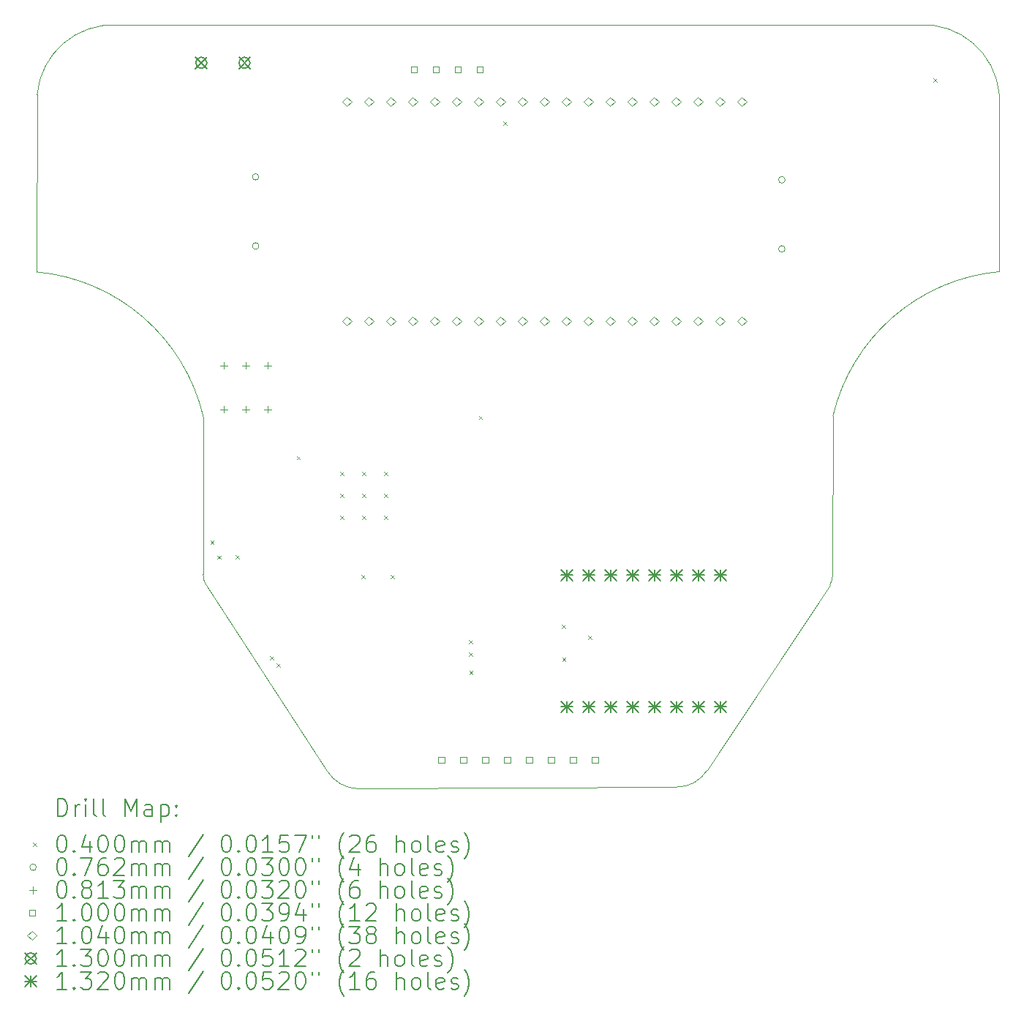
<source format=gbr>
%TF.GenerationSoftware,KiCad,Pcbnew,7.0.1*%
%TF.CreationDate,2023-10-29T13:19:21+05:30*%
%TF.ProjectId,MAZEBLAZE-V3,4d415a45-424c-4415-9a45-2d56332e6b69,rev?*%
%TF.SameCoordinates,Original*%
%TF.FileFunction,Drillmap*%
%TF.FilePolarity,Positive*%
%FSLAX45Y45*%
G04 Gerber Fmt 4.5, Leading zero omitted, Abs format (unit mm)*
G04 Created by KiCad (PCBNEW 7.0.1) date 2023-10-29 13:19:21*
%MOMM*%
%LPD*%
G01*
G04 APERTURE LIST*
%ADD10C,0.100000*%
%ADD11C,0.200000*%
%ADD12C,0.040000*%
%ADD13C,0.076200*%
%ADD14C,0.081280*%
%ADD15C,0.104000*%
%ADD16C,0.130000*%
%ADD17C,0.132000*%
G04 APERTURE END LIST*
D10*
X14456000Y-13026998D02*
G75*
G03*
X14810446Y-12832591I3160J414558D01*
G01*
X10413000Y-12843000D02*
G75*
G03*
X10765707Y-13045879I367000J230000D01*
G01*
X16230929Y-10686044D02*
X14810446Y-12832591D01*
X18192321Y-5009789D02*
G75*
G03*
X17254236Y-4203511I-880001J-75001D01*
G01*
X8978000Y-8738000D02*
X8977000Y-10565000D01*
X7992084Y-4205722D02*
X17254236Y-4203511D01*
X8977156Y-10564563D02*
G75*
G03*
X9009227Y-10686607I213974J-9007D01*
G01*
X7992084Y-4205722D02*
G75*
G03*
X7054000Y-5012000I-58084J-881278D01*
G01*
X18193000Y-7060000D02*
G75*
G03*
X16265454Y-8734635I201000J-2178000D01*
G01*
X10765707Y-13045879D02*
X14456000Y-13027000D01*
X16230931Y-10686045D02*
G75*
G03*
X16263000Y-10564000I-181911J113035D01*
G01*
X9009227Y-10686607D02*
X10413000Y-12843000D01*
X16265454Y-8734635D02*
X16263000Y-10564000D01*
X8977999Y-8738000D02*
G75*
G03*
X7050454Y-7063366I-2128545J-503365D01*
G01*
X18192320Y-5009789D02*
X18193000Y-7060000D01*
X7054000Y-5012000D02*
X7050454Y-7063366D01*
D11*
D12*
X9061000Y-10173000D02*
X9101000Y-10213000D01*
X9101000Y-10173000D02*
X9061000Y-10213000D01*
X9142000Y-10347000D02*
X9182000Y-10387000D01*
X9182000Y-10347000D02*
X9142000Y-10387000D01*
X9353000Y-10346000D02*
X9393000Y-10386000D01*
X9393000Y-10346000D02*
X9353000Y-10386000D01*
X9749000Y-11509000D02*
X9789000Y-11549000D01*
X9789000Y-11509000D02*
X9749000Y-11549000D01*
X9826000Y-11599000D02*
X9866000Y-11639000D01*
X9866000Y-11599000D02*
X9826000Y-11639000D01*
X10059000Y-9195000D02*
X10099000Y-9235000D01*
X10099000Y-9195000D02*
X10059000Y-9235000D01*
X10563000Y-9379000D02*
X10603000Y-9419000D01*
X10603000Y-9379000D02*
X10563000Y-9419000D01*
X10563000Y-9633000D02*
X10603000Y-9673000D01*
X10603000Y-9633000D02*
X10563000Y-9673000D01*
X10563000Y-9887000D02*
X10603000Y-9927000D01*
X10603000Y-9887000D02*
X10563000Y-9927000D01*
X10809000Y-10574500D02*
X10849000Y-10614500D01*
X10849000Y-10574500D02*
X10809000Y-10614500D01*
X10817000Y-9379000D02*
X10857000Y-9419000D01*
X10857000Y-9379000D02*
X10817000Y-9419000D01*
X10817000Y-9633000D02*
X10857000Y-9673000D01*
X10857000Y-9633000D02*
X10817000Y-9673000D01*
X10817000Y-9887000D02*
X10857000Y-9927000D01*
X10857000Y-9887000D02*
X10817000Y-9927000D01*
X11071000Y-9379000D02*
X11111000Y-9419000D01*
X11111000Y-9379000D02*
X11071000Y-9419000D01*
X11071000Y-9633000D02*
X11111000Y-9673000D01*
X11111000Y-9633000D02*
X11071000Y-9673000D01*
X11071000Y-9887000D02*
X11111000Y-9927000D01*
X11111000Y-9887000D02*
X11071000Y-9927000D01*
X11149000Y-10574500D02*
X11189000Y-10614500D01*
X11189000Y-10574500D02*
X11149000Y-10614500D01*
X12050000Y-11470000D02*
X12090000Y-11510000D01*
X12090000Y-11470000D02*
X12050000Y-11510000D01*
X12055000Y-11324000D02*
X12095000Y-11364000D01*
X12095000Y-11324000D02*
X12055000Y-11364000D01*
X12056000Y-11678000D02*
X12096000Y-11718000D01*
X12096000Y-11678000D02*
X12056000Y-11718000D01*
X12168000Y-8730000D02*
X12208000Y-8770000D01*
X12208000Y-8730000D02*
X12168000Y-8770000D01*
X12448000Y-5320000D02*
X12488000Y-5360000D01*
X12488000Y-5320000D02*
X12448000Y-5360000D01*
X13126000Y-11148000D02*
X13166000Y-11188000D01*
X13166000Y-11148000D02*
X13126000Y-11188000D01*
X13132000Y-11526000D02*
X13172000Y-11566000D01*
X13172000Y-11526000D02*
X13132000Y-11566000D01*
X13430000Y-11275000D02*
X13470000Y-11315000D01*
X13470000Y-11275000D02*
X13430000Y-11315000D01*
X17432000Y-4823000D02*
X17472000Y-4863000D01*
X17472000Y-4823000D02*
X17432000Y-4863000D01*
D13*
X9621554Y-5963192D02*
G75*
G03*
X9621554Y-5963192I-38100J0D01*
G01*
X9621554Y-6763192D02*
G75*
G03*
X9621554Y-6763192I-38100J0D01*
G01*
X15712100Y-5997000D02*
G75*
G03*
X15712100Y-5997000I-38100J0D01*
G01*
X15712100Y-6797000D02*
G75*
G03*
X15712100Y-6797000I-38100J0D01*
G01*
D14*
X9215000Y-8105360D02*
X9215000Y-8186640D01*
X9174360Y-8146000D02*
X9255640Y-8146000D01*
X9215000Y-8613360D02*
X9215000Y-8694640D01*
X9174360Y-8654000D02*
X9255640Y-8654000D01*
X9469000Y-8105360D02*
X9469000Y-8186640D01*
X9428360Y-8146000D02*
X9509640Y-8146000D01*
X9469000Y-8613360D02*
X9469000Y-8694640D01*
X9428360Y-8654000D02*
X9509640Y-8654000D01*
X9723000Y-8105360D02*
X9723000Y-8186640D01*
X9682360Y-8146000D02*
X9763640Y-8146000D01*
X9723000Y-8613360D02*
X9723000Y-8694640D01*
X9682360Y-8654000D02*
X9763640Y-8654000D01*
D10*
X11450356Y-4755356D02*
X11450356Y-4684644D01*
X11379644Y-4684644D01*
X11379644Y-4755356D01*
X11450356Y-4755356D01*
X11704356Y-4755356D02*
X11704356Y-4684644D01*
X11633644Y-4684644D01*
X11633644Y-4755356D01*
X11704356Y-4755356D01*
X11770356Y-12749356D02*
X11770356Y-12678644D01*
X11699644Y-12678644D01*
X11699644Y-12749356D01*
X11770356Y-12749356D01*
X11958356Y-4755356D02*
X11958356Y-4684644D01*
X11887644Y-4684644D01*
X11887644Y-4755356D01*
X11958356Y-4755356D01*
X12024356Y-12749356D02*
X12024356Y-12678644D01*
X11953644Y-12678644D01*
X11953644Y-12749356D01*
X12024356Y-12749356D01*
X12212356Y-4755356D02*
X12212356Y-4684644D01*
X12141644Y-4684644D01*
X12141644Y-4755356D01*
X12212356Y-4755356D01*
X12278356Y-12749356D02*
X12278356Y-12678644D01*
X12207644Y-12678644D01*
X12207644Y-12749356D01*
X12278356Y-12749356D01*
X12532356Y-12749356D02*
X12532356Y-12678644D01*
X12461644Y-12678644D01*
X12461644Y-12749356D01*
X12532356Y-12749356D01*
X12786356Y-12749356D02*
X12786356Y-12678644D01*
X12715644Y-12678644D01*
X12715644Y-12749356D01*
X12786356Y-12749356D01*
X13040356Y-12749356D02*
X13040356Y-12678644D01*
X12969644Y-12678644D01*
X12969644Y-12749356D01*
X13040356Y-12749356D01*
X13294356Y-12749356D02*
X13294356Y-12678644D01*
X13223644Y-12678644D01*
X13223644Y-12749356D01*
X13294356Y-12749356D01*
X13548356Y-12749356D02*
X13548356Y-12678644D01*
X13477644Y-12678644D01*
X13477644Y-12749356D01*
X13548356Y-12749356D01*
D15*
X10641000Y-5146000D02*
X10693000Y-5094000D01*
X10641000Y-5042000D01*
X10589000Y-5094000D01*
X10641000Y-5146000D01*
X10641000Y-7686000D02*
X10693000Y-7634000D01*
X10641000Y-7582000D01*
X10589000Y-7634000D01*
X10641000Y-7686000D01*
X10895000Y-5146000D02*
X10947000Y-5094000D01*
X10895000Y-5042000D01*
X10843000Y-5094000D01*
X10895000Y-5146000D01*
X10895000Y-7686000D02*
X10947000Y-7634000D01*
X10895000Y-7582000D01*
X10843000Y-7634000D01*
X10895000Y-7686000D01*
X11149000Y-5146000D02*
X11201000Y-5094000D01*
X11149000Y-5042000D01*
X11097000Y-5094000D01*
X11149000Y-5146000D01*
X11149000Y-7686000D02*
X11201000Y-7634000D01*
X11149000Y-7582000D01*
X11097000Y-7634000D01*
X11149000Y-7686000D01*
X11403000Y-5146000D02*
X11455000Y-5094000D01*
X11403000Y-5042000D01*
X11351000Y-5094000D01*
X11403000Y-5146000D01*
X11403000Y-7686000D02*
X11455000Y-7634000D01*
X11403000Y-7582000D01*
X11351000Y-7634000D01*
X11403000Y-7686000D01*
X11657000Y-5146000D02*
X11709000Y-5094000D01*
X11657000Y-5042000D01*
X11605000Y-5094000D01*
X11657000Y-5146000D01*
X11657000Y-7686000D02*
X11709000Y-7634000D01*
X11657000Y-7582000D01*
X11605000Y-7634000D01*
X11657000Y-7686000D01*
X11911000Y-5146000D02*
X11963000Y-5094000D01*
X11911000Y-5042000D01*
X11859000Y-5094000D01*
X11911000Y-5146000D01*
X11911000Y-7686000D02*
X11963000Y-7634000D01*
X11911000Y-7582000D01*
X11859000Y-7634000D01*
X11911000Y-7686000D01*
X12165000Y-5146000D02*
X12217000Y-5094000D01*
X12165000Y-5042000D01*
X12113000Y-5094000D01*
X12165000Y-5146000D01*
X12165000Y-7686000D02*
X12217000Y-7634000D01*
X12165000Y-7582000D01*
X12113000Y-7634000D01*
X12165000Y-7686000D01*
X12419000Y-5146000D02*
X12471000Y-5094000D01*
X12419000Y-5042000D01*
X12367000Y-5094000D01*
X12419000Y-5146000D01*
X12419000Y-7686000D02*
X12471000Y-7634000D01*
X12419000Y-7582000D01*
X12367000Y-7634000D01*
X12419000Y-7686000D01*
X12673000Y-5146000D02*
X12725000Y-5094000D01*
X12673000Y-5042000D01*
X12621000Y-5094000D01*
X12673000Y-5146000D01*
X12673000Y-7686000D02*
X12725000Y-7634000D01*
X12673000Y-7582000D01*
X12621000Y-7634000D01*
X12673000Y-7686000D01*
X12927000Y-5146000D02*
X12979000Y-5094000D01*
X12927000Y-5042000D01*
X12875000Y-5094000D01*
X12927000Y-5146000D01*
X12927000Y-7686000D02*
X12979000Y-7634000D01*
X12927000Y-7582000D01*
X12875000Y-7634000D01*
X12927000Y-7686000D01*
X13181000Y-5146000D02*
X13233000Y-5094000D01*
X13181000Y-5042000D01*
X13129000Y-5094000D01*
X13181000Y-5146000D01*
X13181000Y-7686000D02*
X13233000Y-7634000D01*
X13181000Y-7582000D01*
X13129000Y-7634000D01*
X13181000Y-7686000D01*
X13435000Y-5146000D02*
X13487000Y-5094000D01*
X13435000Y-5042000D01*
X13383000Y-5094000D01*
X13435000Y-5146000D01*
X13435000Y-7686000D02*
X13487000Y-7634000D01*
X13435000Y-7582000D01*
X13383000Y-7634000D01*
X13435000Y-7686000D01*
X13689000Y-5146000D02*
X13741000Y-5094000D01*
X13689000Y-5042000D01*
X13637000Y-5094000D01*
X13689000Y-5146000D01*
X13689000Y-7686000D02*
X13741000Y-7634000D01*
X13689000Y-7582000D01*
X13637000Y-7634000D01*
X13689000Y-7686000D01*
X13943000Y-5146000D02*
X13995000Y-5094000D01*
X13943000Y-5042000D01*
X13891000Y-5094000D01*
X13943000Y-5146000D01*
X13943000Y-7686000D02*
X13995000Y-7634000D01*
X13943000Y-7582000D01*
X13891000Y-7634000D01*
X13943000Y-7686000D01*
X14197000Y-5146000D02*
X14249000Y-5094000D01*
X14197000Y-5042000D01*
X14145000Y-5094000D01*
X14197000Y-5146000D01*
X14197000Y-7686000D02*
X14249000Y-7634000D01*
X14197000Y-7582000D01*
X14145000Y-7634000D01*
X14197000Y-7686000D01*
X14451000Y-5146000D02*
X14503000Y-5094000D01*
X14451000Y-5042000D01*
X14399000Y-5094000D01*
X14451000Y-5146000D01*
X14451000Y-7686000D02*
X14503000Y-7634000D01*
X14451000Y-7582000D01*
X14399000Y-7634000D01*
X14451000Y-7686000D01*
X14705000Y-5146000D02*
X14757000Y-5094000D01*
X14705000Y-5042000D01*
X14653000Y-5094000D01*
X14705000Y-5146000D01*
X14705000Y-7686000D02*
X14757000Y-7634000D01*
X14705000Y-7582000D01*
X14653000Y-7634000D01*
X14705000Y-7686000D01*
X14959000Y-5146000D02*
X15011000Y-5094000D01*
X14959000Y-5042000D01*
X14907000Y-5094000D01*
X14959000Y-5146000D01*
X14959000Y-7686000D02*
X15011000Y-7634000D01*
X14959000Y-7582000D01*
X14907000Y-7634000D01*
X14959000Y-7686000D01*
X15213000Y-5146000D02*
X15265000Y-5094000D01*
X15213000Y-5042000D01*
X15161000Y-5094000D01*
X15213000Y-5146000D01*
X15213000Y-7686000D02*
X15265000Y-7634000D01*
X15213000Y-7582000D01*
X15161000Y-7634000D01*
X15213000Y-7686000D01*
D16*
X8889000Y-4578000D02*
X9019000Y-4708000D01*
X9019000Y-4578000D02*
X8889000Y-4708000D01*
X9019000Y-4643000D02*
G75*
G03*
X9019000Y-4643000I-65000J0D01*
G01*
X9389000Y-4578000D02*
X9519000Y-4708000D01*
X9519000Y-4578000D02*
X9389000Y-4708000D01*
X9519000Y-4643000D02*
G75*
G03*
X9519000Y-4643000I-65000J0D01*
G01*
D17*
X13120000Y-10507000D02*
X13252000Y-10639000D01*
X13252000Y-10507000D02*
X13120000Y-10639000D01*
X13186000Y-10507000D02*
X13186000Y-10639000D01*
X13120000Y-10573000D02*
X13252000Y-10573000D01*
X13120000Y-12031000D02*
X13252000Y-12163000D01*
X13252000Y-12031000D02*
X13120000Y-12163000D01*
X13186000Y-12031000D02*
X13186000Y-12163000D01*
X13120000Y-12097000D02*
X13252000Y-12097000D01*
X13374000Y-10507000D02*
X13506000Y-10639000D01*
X13506000Y-10507000D02*
X13374000Y-10639000D01*
X13440000Y-10507000D02*
X13440000Y-10639000D01*
X13374000Y-10573000D02*
X13506000Y-10573000D01*
X13374000Y-12031000D02*
X13506000Y-12163000D01*
X13506000Y-12031000D02*
X13374000Y-12163000D01*
X13440000Y-12031000D02*
X13440000Y-12163000D01*
X13374000Y-12097000D02*
X13506000Y-12097000D01*
X13628000Y-10507000D02*
X13760000Y-10639000D01*
X13760000Y-10507000D02*
X13628000Y-10639000D01*
X13694000Y-10507000D02*
X13694000Y-10639000D01*
X13628000Y-10573000D02*
X13760000Y-10573000D01*
X13628000Y-12031000D02*
X13760000Y-12163000D01*
X13760000Y-12031000D02*
X13628000Y-12163000D01*
X13694000Y-12031000D02*
X13694000Y-12163000D01*
X13628000Y-12097000D02*
X13760000Y-12097000D01*
X13882000Y-10507000D02*
X14014000Y-10639000D01*
X14014000Y-10507000D02*
X13882000Y-10639000D01*
X13948000Y-10507000D02*
X13948000Y-10639000D01*
X13882000Y-10573000D02*
X14014000Y-10573000D01*
X13882000Y-12031000D02*
X14014000Y-12163000D01*
X14014000Y-12031000D02*
X13882000Y-12163000D01*
X13948000Y-12031000D02*
X13948000Y-12163000D01*
X13882000Y-12097000D02*
X14014000Y-12097000D01*
X14136000Y-10507000D02*
X14268000Y-10639000D01*
X14268000Y-10507000D02*
X14136000Y-10639000D01*
X14202000Y-10507000D02*
X14202000Y-10639000D01*
X14136000Y-10573000D02*
X14268000Y-10573000D01*
X14136000Y-12031000D02*
X14268000Y-12163000D01*
X14268000Y-12031000D02*
X14136000Y-12163000D01*
X14202000Y-12031000D02*
X14202000Y-12163000D01*
X14136000Y-12097000D02*
X14268000Y-12097000D01*
X14390000Y-10507000D02*
X14522000Y-10639000D01*
X14522000Y-10507000D02*
X14390000Y-10639000D01*
X14456000Y-10507000D02*
X14456000Y-10639000D01*
X14390000Y-10573000D02*
X14522000Y-10573000D01*
X14390000Y-12031000D02*
X14522000Y-12163000D01*
X14522000Y-12031000D02*
X14390000Y-12163000D01*
X14456000Y-12031000D02*
X14456000Y-12163000D01*
X14390000Y-12097000D02*
X14522000Y-12097000D01*
X14644000Y-10507000D02*
X14776000Y-10639000D01*
X14776000Y-10507000D02*
X14644000Y-10639000D01*
X14710000Y-10507000D02*
X14710000Y-10639000D01*
X14644000Y-10573000D02*
X14776000Y-10573000D01*
X14644000Y-12031000D02*
X14776000Y-12163000D01*
X14776000Y-12031000D02*
X14644000Y-12163000D01*
X14710000Y-12031000D02*
X14710000Y-12163000D01*
X14644000Y-12097000D02*
X14776000Y-12097000D01*
X14898000Y-10507000D02*
X15030000Y-10639000D01*
X15030000Y-10507000D02*
X14898000Y-10639000D01*
X14964000Y-10507000D02*
X14964000Y-10639000D01*
X14898000Y-10573000D02*
X15030000Y-10573000D01*
X14898000Y-12031000D02*
X15030000Y-12163000D01*
X15030000Y-12031000D02*
X14898000Y-12163000D01*
X14964000Y-12031000D02*
X14964000Y-12163000D01*
X14898000Y-12097000D02*
X15030000Y-12097000D01*
D11*
X7293073Y-13363403D02*
X7293073Y-13163403D01*
X7293073Y-13163403D02*
X7340692Y-13163403D01*
X7340692Y-13163403D02*
X7369263Y-13172927D01*
X7369263Y-13172927D02*
X7388311Y-13191975D01*
X7388311Y-13191975D02*
X7397835Y-13211022D01*
X7397835Y-13211022D02*
X7407359Y-13249117D01*
X7407359Y-13249117D02*
X7407359Y-13277689D01*
X7407359Y-13277689D02*
X7397835Y-13315784D01*
X7397835Y-13315784D02*
X7388311Y-13334832D01*
X7388311Y-13334832D02*
X7369263Y-13353879D01*
X7369263Y-13353879D02*
X7340692Y-13363403D01*
X7340692Y-13363403D02*
X7293073Y-13363403D01*
X7493073Y-13363403D02*
X7493073Y-13230070D01*
X7493073Y-13268165D02*
X7502597Y-13249117D01*
X7502597Y-13249117D02*
X7512121Y-13239594D01*
X7512121Y-13239594D02*
X7531168Y-13230070D01*
X7531168Y-13230070D02*
X7550216Y-13230070D01*
X7616882Y-13363403D02*
X7616882Y-13230070D01*
X7616882Y-13163403D02*
X7607359Y-13172927D01*
X7607359Y-13172927D02*
X7616882Y-13182451D01*
X7616882Y-13182451D02*
X7626406Y-13172927D01*
X7626406Y-13172927D02*
X7616882Y-13163403D01*
X7616882Y-13163403D02*
X7616882Y-13182451D01*
X7740692Y-13363403D02*
X7721644Y-13353879D01*
X7721644Y-13353879D02*
X7712121Y-13334832D01*
X7712121Y-13334832D02*
X7712121Y-13163403D01*
X7845454Y-13363403D02*
X7826406Y-13353879D01*
X7826406Y-13353879D02*
X7816882Y-13334832D01*
X7816882Y-13334832D02*
X7816882Y-13163403D01*
X8074025Y-13363403D02*
X8074025Y-13163403D01*
X8074025Y-13163403D02*
X8140692Y-13306260D01*
X8140692Y-13306260D02*
X8207359Y-13163403D01*
X8207359Y-13163403D02*
X8207359Y-13363403D01*
X8388311Y-13363403D02*
X8388311Y-13258641D01*
X8388311Y-13258641D02*
X8378787Y-13239594D01*
X8378787Y-13239594D02*
X8359740Y-13230070D01*
X8359740Y-13230070D02*
X8321644Y-13230070D01*
X8321644Y-13230070D02*
X8302597Y-13239594D01*
X8388311Y-13353879D02*
X8369263Y-13363403D01*
X8369263Y-13363403D02*
X8321644Y-13363403D01*
X8321644Y-13363403D02*
X8302597Y-13353879D01*
X8302597Y-13353879D02*
X8293073Y-13334832D01*
X8293073Y-13334832D02*
X8293073Y-13315784D01*
X8293073Y-13315784D02*
X8302597Y-13296737D01*
X8302597Y-13296737D02*
X8321644Y-13287213D01*
X8321644Y-13287213D02*
X8369263Y-13287213D01*
X8369263Y-13287213D02*
X8388311Y-13277689D01*
X8483549Y-13230070D02*
X8483549Y-13430070D01*
X8483549Y-13239594D02*
X8502597Y-13230070D01*
X8502597Y-13230070D02*
X8540692Y-13230070D01*
X8540692Y-13230070D02*
X8559740Y-13239594D01*
X8559740Y-13239594D02*
X8569264Y-13249117D01*
X8569264Y-13249117D02*
X8578787Y-13268165D01*
X8578787Y-13268165D02*
X8578787Y-13325308D01*
X8578787Y-13325308D02*
X8569264Y-13344356D01*
X8569264Y-13344356D02*
X8559740Y-13353879D01*
X8559740Y-13353879D02*
X8540692Y-13363403D01*
X8540692Y-13363403D02*
X8502597Y-13363403D01*
X8502597Y-13363403D02*
X8483549Y-13353879D01*
X8664502Y-13344356D02*
X8674025Y-13353879D01*
X8674025Y-13353879D02*
X8664502Y-13363403D01*
X8664502Y-13363403D02*
X8654978Y-13353879D01*
X8654978Y-13353879D02*
X8664502Y-13344356D01*
X8664502Y-13344356D02*
X8664502Y-13363403D01*
X8664502Y-13239594D02*
X8674025Y-13249117D01*
X8674025Y-13249117D02*
X8664502Y-13258641D01*
X8664502Y-13258641D02*
X8654978Y-13249117D01*
X8654978Y-13249117D02*
X8664502Y-13239594D01*
X8664502Y-13239594D02*
X8664502Y-13258641D01*
D12*
X7005454Y-13670879D02*
X7045454Y-13710879D01*
X7045454Y-13670879D02*
X7005454Y-13710879D01*
D11*
X7331168Y-13583403D02*
X7350216Y-13583403D01*
X7350216Y-13583403D02*
X7369263Y-13592927D01*
X7369263Y-13592927D02*
X7378787Y-13602451D01*
X7378787Y-13602451D02*
X7388311Y-13621498D01*
X7388311Y-13621498D02*
X7397835Y-13659594D01*
X7397835Y-13659594D02*
X7397835Y-13707213D01*
X7397835Y-13707213D02*
X7388311Y-13745308D01*
X7388311Y-13745308D02*
X7378787Y-13764356D01*
X7378787Y-13764356D02*
X7369263Y-13773879D01*
X7369263Y-13773879D02*
X7350216Y-13783403D01*
X7350216Y-13783403D02*
X7331168Y-13783403D01*
X7331168Y-13783403D02*
X7312121Y-13773879D01*
X7312121Y-13773879D02*
X7302597Y-13764356D01*
X7302597Y-13764356D02*
X7293073Y-13745308D01*
X7293073Y-13745308D02*
X7283549Y-13707213D01*
X7283549Y-13707213D02*
X7283549Y-13659594D01*
X7283549Y-13659594D02*
X7293073Y-13621498D01*
X7293073Y-13621498D02*
X7302597Y-13602451D01*
X7302597Y-13602451D02*
X7312121Y-13592927D01*
X7312121Y-13592927D02*
X7331168Y-13583403D01*
X7483549Y-13764356D02*
X7493073Y-13773879D01*
X7493073Y-13773879D02*
X7483549Y-13783403D01*
X7483549Y-13783403D02*
X7474025Y-13773879D01*
X7474025Y-13773879D02*
X7483549Y-13764356D01*
X7483549Y-13764356D02*
X7483549Y-13783403D01*
X7664502Y-13650070D02*
X7664502Y-13783403D01*
X7616882Y-13573879D02*
X7569263Y-13716737D01*
X7569263Y-13716737D02*
X7693073Y-13716737D01*
X7807359Y-13583403D02*
X7826406Y-13583403D01*
X7826406Y-13583403D02*
X7845454Y-13592927D01*
X7845454Y-13592927D02*
X7854978Y-13602451D01*
X7854978Y-13602451D02*
X7864502Y-13621498D01*
X7864502Y-13621498D02*
X7874025Y-13659594D01*
X7874025Y-13659594D02*
X7874025Y-13707213D01*
X7874025Y-13707213D02*
X7864502Y-13745308D01*
X7864502Y-13745308D02*
X7854978Y-13764356D01*
X7854978Y-13764356D02*
X7845454Y-13773879D01*
X7845454Y-13773879D02*
X7826406Y-13783403D01*
X7826406Y-13783403D02*
X7807359Y-13783403D01*
X7807359Y-13783403D02*
X7788311Y-13773879D01*
X7788311Y-13773879D02*
X7778787Y-13764356D01*
X7778787Y-13764356D02*
X7769263Y-13745308D01*
X7769263Y-13745308D02*
X7759740Y-13707213D01*
X7759740Y-13707213D02*
X7759740Y-13659594D01*
X7759740Y-13659594D02*
X7769263Y-13621498D01*
X7769263Y-13621498D02*
X7778787Y-13602451D01*
X7778787Y-13602451D02*
X7788311Y-13592927D01*
X7788311Y-13592927D02*
X7807359Y-13583403D01*
X7997835Y-13583403D02*
X8016883Y-13583403D01*
X8016883Y-13583403D02*
X8035930Y-13592927D01*
X8035930Y-13592927D02*
X8045454Y-13602451D01*
X8045454Y-13602451D02*
X8054978Y-13621498D01*
X8054978Y-13621498D02*
X8064502Y-13659594D01*
X8064502Y-13659594D02*
X8064502Y-13707213D01*
X8064502Y-13707213D02*
X8054978Y-13745308D01*
X8054978Y-13745308D02*
X8045454Y-13764356D01*
X8045454Y-13764356D02*
X8035930Y-13773879D01*
X8035930Y-13773879D02*
X8016883Y-13783403D01*
X8016883Y-13783403D02*
X7997835Y-13783403D01*
X7997835Y-13783403D02*
X7978787Y-13773879D01*
X7978787Y-13773879D02*
X7969263Y-13764356D01*
X7969263Y-13764356D02*
X7959740Y-13745308D01*
X7959740Y-13745308D02*
X7950216Y-13707213D01*
X7950216Y-13707213D02*
X7950216Y-13659594D01*
X7950216Y-13659594D02*
X7959740Y-13621498D01*
X7959740Y-13621498D02*
X7969263Y-13602451D01*
X7969263Y-13602451D02*
X7978787Y-13592927D01*
X7978787Y-13592927D02*
X7997835Y-13583403D01*
X8150216Y-13783403D02*
X8150216Y-13650070D01*
X8150216Y-13669117D02*
X8159740Y-13659594D01*
X8159740Y-13659594D02*
X8178787Y-13650070D01*
X8178787Y-13650070D02*
X8207359Y-13650070D01*
X8207359Y-13650070D02*
X8226406Y-13659594D01*
X8226406Y-13659594D02*
X8235930Y-13678641D01*
X8235930Y-13678641D02*
X8235930Y-13783403D01*
X8235930Y-13678641D02*
X8245454Y-13659594D01*
X8245454Y-13659594D02*
X8264502Y-13650070D01*
X8264502Y-13650070D02*
X8293073Y-13650070D01*
X8293073Y-13650070D02*
X8312121Y-13659594D01*
X8312121Y-13659594D02*
X8321644Y-13678641D01*
X8321644Y-13678641D02*
X8321644Y-13783403D01*
X8416883Y-13783403D02*
X8416883Y-13650070D01*
X8416883Y-13669117D02*
X8426406Y-13659594D01*
X8426406Y-13659594D02*
X8445454Y-13650070D01*
X8445454Y-13650070D02*
X8474026Y-13650070D01*
X8474026Y-13650070D02*
X8493073Y-13659594D01*
X8493073Y-13659594D02*
X8502597Y-13678641D01*
X8502597Y-13678641D02*
X8502597Y-13783403D01*
X8502597Y-13678641D02*
X8512121Y-13659594D01*
X8512121Y-13659594D02*
X8531168Y-13650070D01*
X8531168Y-13650070D02*
X8559740Y-13650070D01*
X8559740Y-13650070D02*
X8578787Y-13659594D01*
X8578787Y-13659594D02*
X8588311Y-13678641D01*
X8588311Y-13678641D02*
X8588311Y-13783403D01*
X8978787Y-13573879D02*
X8807359Y-13831022D01*
X9235930Y-13583403D02*
X9254978Y-13583403D01*
X9254978Y-13583403D02*
X9274026Y-13592927D01*
X9274026Y-13592927D02*
X9283549Y-13602451D01*
X9283549Y-13602451D02*
X9293073Y-13621498D01*
X9293073Y-13621498D02*
X9302597Y-13659594D01*
X9302597Y-13659594D02*
X9302597Y-13707213D01*
X9302597Y-13707213D02*
X9293073Y-13745308D01*
X9293073Y-13745308D02*
X9283549Y-13764356D01*
X9283549Y-13764356D02*
X9274026Y-13773879D01*
X9274026Y-13773879D02*
X9254978Y-13783403D01*
X9254978Y-13783403D02*
X9235930Y-13783403D01*
X9235930Y-13783403D02*
X9216883Y-13773879D01*
X9216883Y-13773879D02*
X9207359Y-13764356D01*
X9207359Y-13764356D02*
X9197835Y-13745308D01*
X9197835Y-13745308D02*
X9188311Y-13707213D01*
X9188311Y-13707213D02*
X9188311Y-13659594D01*
X9188311Y-13659594D02*
X9197835Y-13621498D01*
X9197835Y-13621498D02*
X9207359Y-13602451D01*
X9207359Y-13602451D02*
X9216883Y-13592927D01*
X9216883Y-13592927D02*
X9235930Y-13583403D01*
X9388311Y-13764356D02*
X9397835Y-13773879D01*
X9397835Y-13773879D02*
X9388311Y-13783403D01*
X9388311Y-13783403D02*
X9378788Y-13773879D01*
X9378788Y-13773879D02*
X9388311Y-13764356D01*
X9388311Y-13764356D02*
X9388311Y-13783403D01*
X9521645Y-13583403D02*
X9540692Y-13583403D01*
X9540692Y-13583403D02*
X9559740Y-13592927D01*
X9559740Y-13592927D02*
X9569264Y-13602451D01*
X9569264Y-13602451D02*
X9578788Y-13621498D01*
X9578788Y-13621498D02*
X9588311Y-13659594D01*
X9588311Y-13659594D02*
X9588311Y-13707213D01*
X9588311Y-13707213D02*
X9578788Y-13745308D01*
X9578788Y-13745308D02*
X9569264Y-13764356D01*
X9569264Y-13764356D02*
X9559740Y-13773879D01*
X9559740Y-13773879D02*
X9540692Y-13783403D01*
X9540692Y-13783403D02*
X9521645Y-13783403D01*
X9521645Y-13783403D02*
X9502597Y-13773879D01*
X9502597Y-13773879D02*
X9493073Y-13764356D01*
X9493073Y-13764356D02*
X9483549Y-13745308D01*
X9483549Y-13745308D02*
X9474026Y-13707213D01*
X9474026Y-13707213D02*
X9474026Y-13659594D01*
X9474026Y-13659594D02*
X9483549Y-13621498D01*
X9483549Y-13621498D02*
X9493073Y-13602451D01*
X9493073Y-13602451D02*
X9502597Y-13592927D01*
X9502597Y-13592927D02*
X9521645Y-13583403D01*
X9778788Y-13783403D02*
X9664502Y-13783403D01*
X9721645Y-13783403D02*
X9721645Y-13583403D01*
X9721645Y-13583403D02*
X9702597Y-13611975D01*
X9702597Y-13611975D02*
X9683549Y-13631022D01*
X9683549Y-13631022D02*
X9664502Y-13640546D01*
X9959740Y-13583403D02*
X9864502Y-13583403D01*
X9864502Y-13583403D02*
X9854978Y-13678641D01*
X9854978Y-13678641D02*
X9864502Y-13669117D01*
X9864502Y-13669117D02*
X9883549Y-13659594D01*
X9883549Y-13659594D02*
X9931169Y-13659594D01*
X9931169Y-13659594D02*
X9950216Y-13669117D01*
X9950216Y-13669117D02*
X9959740Y-13678641D01*
X9959740Y-13678641D02*
X9969264Y-13697689D01*
X9969264Y-13697689D02*
X9969264Y-13745308D01*
X9969264Y-13745308D02*
X9959740Y-13764356D01*
X9959740Y-13764356D02*
X9950216Y-13773879D01*
X9950216Y-13773879D02*
X9931169Y-13783403D01*
X9931169Y-13783403D02*
X9883549Y-13783403D01*
X9883549Y-13783403D02*
X9864502Y-13773879D01*
X9864502Y-13773879D02*
X9854978Y-13764356D01*
X10035930Y-13583403D02*
X10169264Y-13583403D01*
X10169264Y-13583403D02*
X10083549Y-13783403D01*
X10235930Y-13583403D02*
X10235930Y-13621498D01*
X10312121Y-13583403D02*
X10312121Y-13621498D01*
X10607359Y-13859594D02*
X10597835Y-13850070D01*
X10597835Y-13850070D02*
X10578788Y-13821498D01*
X10578788Y-13821498D02*
X10569264Y-13802451D01*
X10569264Y-13802451D02*
X10559740Y-13773879D01*
X10559740Y-13773879D02*
X10550216Y-13726260D01*
X10550216Y-13726260D02*
X10550216Y-13688165D01*
X10550216Y-13688165D02*
X10559740Y-13640546D01*
X10559740Y-13640546D02*
X10569264Y-13611975D01*
X10569264Y-13611975D02*
X10578788Y-13592927D01*
X10578788Y-13592927D02*
X10597835Y-13564356D01*
X10597835Y-13564356D02*
X10607359Y-13554832D01*
X10674026Y-13602451D02*
X10683550Y-13592927D01*
X10683550Y-13592927D02*
X10702597Y-13583403D01*
X10702597Y-13583403D02*
X10750216Y-13583403D01*
X10750216Y-13583403D02*
X10769264Y-13592927D01*
X10769264Y-13592927D02*
X10778788Y-13602451D01*
X10778788Y-13602451D02*
X10788311Y-13621498D01*
X10788311Y-13621498D02*
X10788311Y-13640546D01*
X10788311Y-13640546D02*
X10778788Y-13669117D01*
X10778788Y-13669117D02*
X10664502Y-13783403D01*
X10664502Y-13783403D02*
X10788311Y-13783403D01*
X10959740Y-13583403D02*
X10921645Y-13583403D01*
X10921645Y-13583403D02*
X10902597Y-13592927D01*
X10902597Y-13592927D02*
X10893073Y-13602451D01*
X10893073Y-13602451D02*
X10874026Y-13631022D01*
X10874026Y-13631022D02*
X10864502Y-13669117D01*
X10864502Y-13669117D02*
X10864502Y-13745308D01*
X10864502Y-13745308D02*
X10874026Y-13764356D01*
X10874026Y-13764356D02*
X10883550Y-13773879D01*
X10883550Y-13773879D02*
X10902597Y-13783403D01*
X10902597Y-13783403D02*
X10940692Y-13783403D01*
X10940692Y-13783403D02*
X10959740Y-13773879D01*
X10959740Y-13773879D02*
X10969264Y-13764356D01*
X10969264Y-13764356D02*
X10978788Y-13745308D01*
X10978788Y-13745308D02*
X10978788Y-13697689D01*
X10978788Y-13697689D02*
X10969264Y-13678641D01*
X10969264Y-13678641D02*
X10959740Y-13669117D01*
X10959740Y-13669117D02*
X10940692Y-13659594D01*
X10940692Y-13659594D02*
X10902597Y-13659594D01*
X10902597Y-13659594D02*
X10883550Y-13669117D01*
X10883550Y-13669117D02*
X10874026Y-13678641D01*
X10874026Y-13678641D02*
X10864502Y-13697689D01*
X11216883Y-13783403D02*
X11216883Y-13583403D01*
X11302597Y-13783403D02*
X11302597Y-13678641D01*
X11302597Y-13678641D02*
X11293073Y-13659594D01*
X11293073Y-13659594D02*
X11274026Y-13650070D01*
X11274026Y-13650070D02*
X11245454Y-13650070D01*
X11245454Y-13650070D02*
X11226407Y-13659594D01*
X11226407Y-13659594D02*
X11216883Y-13669117D01*
X11426407Y-13783403D02*
X11407359Y-13773879D01*
X11407359Y-13773879D02*
X11397835Y-13764356D01*
X11397835Y-13764356D02*
X11388311Y-13745308D01*
X11388311Y-13745308D02*
X11388311Y-13688165D01*
X11388311Y-13688165D02*
X11397835Y-13669117D01*
X11397835Y-13669117D02*
X11407359Y-13659594D01*
X11407359Y-13659594D02*
X11426407Y-13650070D01*
X11426407Y-13650070D02*
X11454978Y-13650070D01*
X11454978Y-13650070D02*
X11474026Y-13659594D01*
X11474026Y-13659594D02*
X11483550Y-13669117D01*
X11483550Y-13669117D02*
X11493073Y-13688165D01*
X11493073Y-13688165D02*
X11493073Y-13745308D01*
X11493073Y-13745308D02*
X11483550Y-13764356D01*
X11483550Y-13764356D02*
X11474026Y-13773879D01*
X11474026Y-13773879D02*
X11454978Y-13783403D01*
X11454978Y-13783403D02*
X11426407Y-13783403D01*
X11607359Y-13783403D02*
X11588311Y-13773879D01*
X11588311Y-13773879D02*
X11578788Y-13754832D01*
X11578788Y-13754832D02*
X11578788Y-13583403D01*
X11759740Y-13773879D02*
X11740692Y-13783403D01*
X11740692Y-13783403D02*
X11702597Y-13783403D01*
X11702597Y-13783403D02*
X11683550Y-13773879D01*
X11683550Y-13773879D02*
X11674026Y-13754832D01*
X11674026Y-13754832D02*
X11674026Y-13678641D01*
X11674026Y-13678641D02*
X11683550Y-13659594D01*
X11683550Y-13659594D02*
X11702597Y-13650070D01*
X11702597Y-13650070D02*
X11740692Y-13650070D01*
X11740692Y-13650070D02*
X11759740Y-13659594D01*
X11759740Y-13659594D02*
X11769264Y-13678641D01*
X11769264Y-13678641D02*
X11769264Y-13697689D01*
X11769264Y-13697689D02*
X11674026Y-13716737D01*
X11845454Y-13773879D02*
X11864502Y-13783403D01*
X11864502Y-13783403D02*
X11902597Y-13783403D01*
X11902597Y-13783403D02*
X11921645Y-13773879D01*
X11921645Y-13773879D02*
X11931169Y-13754832D01*
X11931169Y-13754832D02*
X11931169Y-13745308D01*
X11931169Y-13745308D02*
X11921645Y-13726260D01*
X11921645Y-13726260D02*
X11902597Y-13716737D01*
X11902597Y-13716737D02*
X11874026Y-13716737D01*
X11874026Y-13716737D02*
X11854978Y-13707213D01*
X11854978Y-13707213D02*
X11845454Y-13688165D01*
X11845454Y-13688165D02*
X11845454Y-13678641D01*
X11845454Y-13678641D02*
X11854978Y-13659594D01*
X11854978Y-13659594D02*
X11874026Y-13650070D01*
X11874026Y-13650070D02*
X11902597Y-13650070D01*
X11902597Y-13650070D02*
X11921645Y-13659594D01*
X11997835Y-13859594D02*
X12007359Y-13850070D01*
X12007359Y-13850070D02*
X12026407Y-13821498D01*
X12026407Y-13821498D02*
X12035931Y-13802451D01*
X12035931Y-13802451D02*
X12045454Y-13773879D01*
X12045454Y-13773879D02*
X12054978Y-13726260D01*
X12054978Y-13726260D02*
X12054978Y-13688165D01*
X12054978Y-13688165D02*
X12045454Y-13640546D01*
X12045454Y-13640546D02*
X12035931Y-13611975D01*
X12035931Y-13611975D02*
X12026407Y-13592927D01*
X12026407Y-13592927D02*
X12007359Y-13564356D01*
X12007359Y-13564356D02*
X11997835Y-13554832D01*
D13*
X7045454Y-13954879D02*
G75*
G03*
X7045454Y-13954879I-38100J0D01*
G01*
D11*
X7331168Y-13847403D02*
X7350216Y-13847403D01*
X7350216Y-13847403D02*
X7369263Y-13856927D01*
X7369263Y-13856927D02*
X7378787Y-13866451D01*
X7378787Y-13866451D02*
X7388311Y-13885498D01*
X7388311Y-13885498D02*
X7397835Y-13923594D01*
X7397835Y-13923594D02*
X7397835Y-13971213D01*
X7397835Y-13971213D02*
X7388311Y-14009308D01*
X7388311Y-14009308D02*
X7378787Y-14028356D01*
X7378787Y-14028356D02*
X7369263Y-14037879D01*
X7369263Y-14037879D02*
X7350216Y-14047403D01*
X7350216Y-14047403D02*
X7331168Y-14047403D01*
X7331168Y-14047403D02*
X7312121Y-14037879D01*
X7312121Y-14037879D02*
X7302597Y-14028356D01*
X7302597Y-14028356D02*
X7293073Y-14009308D01*
X7293073Y-14009308D02*
X7283549Y-13971213D01*
X7283549Y-13971213D02*
X7283549Y-13923594D01*
X7283549Y-13923594D02*
X7293073Y-13885498D01*
X7293073Y-13885498D02*
X7302597Y-13866451D01*
X7302597Y-13866451D02*
X7312121Y-13856927D01*
X7312121Y-13856927D02*
X7331168Y-13847403D01*
X7483549Y-14028356D02*
X7493073Y-14037879D01*
X7493073Y-14037879D02*
X7483549Y-14047403D01*
X7483549Y-14047403D02*
X7474025Y-14037879D01*
X7474025Y-14037879D02*
X7483549Y-14028356D01*
X7483549Y-14028356D02*
X7483549Y-14047403D01*
X7559740Y-13847403D02*
X7693073Y-13847403D01*
X7693073Y-13847403D02*
X7607359Y-14047403D01*
X7854978Y-13847403D02*
X7816882Y-13847403D01*
X7816882Y-13847403D02*
X7797835Y-13856927D01*
X7797835Y-13856927D02*
X7788311Y-13866451D01*
X7788311Y-13866451D02*
X7769263Y-13895022D01*
X7769263Y-13895022D02*
X7759740Y-13933117D01*
X7759740Y-13933117D02*
X7759740Y-14009308D01*
X7759740Y-14009308D02*
X7769263Y-14028356D01*
X7769263Y-14028356D02*
X7778787Y-14037879D01*
X7778787Y-14037879D02*
X7797835Y-14047403D01*
X7797835Y-14047403D02*
X7835930Y-14047403D01*
X7835930Y-14047403D02*
X7854978Y-14037879D01*
X7854978Y-14037879D02*
X7864502Y-14028356D01*
X7864502Y-14028356D02*
X7874025Y-14009308D01*
X7874025Y-14009308D02*
X7874025Y-13961689D01*
X7874025Y-13961689D02*
X7864502Y-13942641D01*
X7864502Y-13942641D02*
X7854978Y-13933117D01*
X7854978Y-13933117D02*
X7835930Y-13923594D01*
X7835930Y-13923594D02*
X7797835Y-13923594D01*
X7797835Y-13923594D02*
X7778787Y-13933117D01*
X7778787Y-13933117D02*
X7769263Y-13942641D01*
X7769263Y-13942641D02*
X7759740Y-13961689D01*
X7950216Y-13866451D02*
X7959740Y-13856927D01*
X7959740Y-13856927D02*
X7978787Y-13847403D01*
X7978787Y-13847403D02*
X8026406Y-13847403D01*
X8026406Y-13847403D02*
X8045454Y-13856927D01*
X8045454Y-13856927D02*
X8054978Y-13866451D01*
X8054978Y-13866451D02*
X8064502Y-13885498D01*
X8064502Y-13885498D02*
X8064502Y-13904546D01*
X8064502Y-13904546D02*
X8054978Y-13933117D01*
X8054978Y-13933117D02*
X7940692Y-14047403D01*
X7940692Y-14047403D02*
X8064502Y-14047403D01*
X8150216Y-14047403D02*
X8150216Y-13914070D01*
X8150216Y-13933117D02*
X8159740Y-13923594D01*
X8159740Y-13923594D02*
X8178787Y-13914070D01*
X8178787Y-13914070D02*
X8207359Y-13914070D01*
X8207359Y-13914070D02*
X8226406Y-13923594D01*
X8226406Y-13923594D02*
X8235930Y-13942641D01*
X8235930Y-13942641D02*
X8235930Y-14047403D01*
X8235930Y-13942641D02*
X8245454Y-13923594D01*
X8245454Y-13923594D02*
X8264502Y-13914070D01*
X8264502Y-13914070D02*
X8293073Y-13914070D01*
X8293073Y-13914070D02*
X8312121Y-13923594D01*
X8312121Y-13923594D02*
X8321644Y-13942641D01*
X8321644Y-13942641D02*
X8321644Y-14047403D01*
X8416883Y-14047403D02*
X8416883Y-13914070D01*
X8416883Y-13933117D02*
X8426406Y-13923594D01*
X8426406Y-13923594D02*
X8445454Y-13914070D01*
X8445454Y-13914070D02*
X8474026Y-13914070D01*
X8474026Y-13914070D02*
X8493073Y-13923594D01*
X8493073Y-13923594D02*
X8502597Y-13942641D01*
X8502597Y-13942641D02*
X8502597Y-14047403D01*
X8502597Y-13942641D02*
X8512121Y-13923594D01*
X8512121Y-13923594D02*
X8531168Y-13914070D01*
X8531168Y-13914070D02*
X8559740Y-13914070D01*
X8559740Y-13914070D02*
X8578787Y-13923594D01*
X8578787Y-13923594D02*
X8588311Y-13942641D01*
X8588311Y-13942641D02*
X8588311Y-14047403D01*
X8978787Y-13837879D02*
X8807359Y-14095022D01*
X9235930Y-13847403D02*
X9254978Y-13847403D01*
X9254978Y-13847403D02*
X9274026Y-13856927D01*
X9274026Y-13856927D02*
X9283549Y-13866451D01*
X9283549Y-13866451D02*
X9293073Y-13885498D01*
X9293073Y-13885498D02*
X9302597Y-13923594D01*
X9302597Y-13923594D02*
X9302597Y-13971213D01*
X9302597Y-13971213D02*
X9293073Y-14009308D01*
X9293073Y-14009308D02*
X9283549Y-14028356D01*
X9283549Y-14028356D02*
X9274026Y-14037879D01*
X9274026Y-14037879D02*
X9254978Y-14047403D01*
X9254978Y-14047403D02*
X9235930Y-14047403D01*
X9235930Y-14047403D02*
X9216883Y-14037879D01*
X9216883Y-14037879D02*
X9207359Y-14028356D01*
X9207359Y-14028356D02*
X9197835Y-14009308D01*
X9197835Y-14009308D02*
X9188311Y-13971213D01*
X9188311Y-13971213D02*
X9188311Y-13923594D01*
X9188311Y-13923594D02*
X9197835Y-13885498D01*
X9197835Y-13885498D02*
X9207359Y-13866451D01*
X9207359Y-13866451D02*
X9216883Y-13856927D01*
X9216883Y-13856927D02*
X9235930Y-13847403D01*
X9388311Y-14028356D02*
X9397835Y-14037879D01*
X9397835Y-14037879D02*
X9388311Y-14047403D01*
X9388311Y-14047403D02*
X9378788Y-14037879D01*
X9378788Y-14037879D02*
X9388311Y-14028356D01*
X9388311Y-14028356D02*
X9388311Y-14047403D01*
X9521645Y-13847403D02*
X9540692Y-13847403D01*
X9540692Y-13847403D02*
X9559740Y-13856927D01*
X9559740Y-13856927D02*
X9569264Y-13866451D01*
X9569264Y-13866451D02*
X9578788Y-13885498D01*
X9578788Y-13885498D02*
X9588311Y-13923594D01*
X9588311Y-13923594D02*
X9588311Y-13971213D01*
X9588311Y-13971213D02*
X9578788Y-14009308D01*
X9578788Y-14009308D02*
X9569264Y-14028356D01*
X9569264Y-14028356D02*
X9559740Y-14037879D01*
X9559740Y-14037879D02*
X9540692Y-14047403D01*
X9540692Y-14047403D02*
X9521645Y-14047403D01*
X9521645Y-14047403D02*
X9502597Y-14037879D01*
X9502597Y-14037879D02*
X9493073Y-14028356D01*
X9493073Y-14028356D02*
X9483549Y-14009308D01*
X9483549Y-14009308D02*
X9474026Y-13971213D01*
X9474026Y-13971213D02*
X9474026Y-13923594D01*
X9474026Y-13923594D02*
X9483549Y-13885498D01*
X9483549Y-13885498D02*
X9493073Y-13866451D01*
X9493073Y-13866451D02*
X9502597Y-13856927D01*
X9502597Y-13856927D02*
X9521645Y-13847403D01*
X9654978Y-13847403D02*
X9778788Y-13847403D01*
X9778788Y-13847403D02*
X9712121Y-13923594D01*
X9712121Y-13923594D02*
X9740692Y-13923594D01*
X9740692Y-13923594D02*
X9759740Y-13933117D01*
X9759740Y-13933117D02*
X9769264Y-13942641D01*
X9769264Y-13942641D02*
X9778788Y-13961689D01*
X9778788Y-13961689D02*
X9778788Y-14009308D01*
X9778788Y-14009308D02*
X9769264Y-14028356D01*
X9769264Y-14028356D02*
X9759740Y-14037879D01*
X9759740Y-14037879D02*
X9740692Y-14047403D01*
X9740692Y-14047403D02*
X9683549Y-14047403D01*
X9683549Y-14047403D02*
X9664502Y-14037879D01*
X9664502Y-14037879D02*
X9654978Y-14028356D01*
X9902597Y-13847403D02*
X9921645Y-13847403D01*
X9921645Y-13847403D02*
X9940692Y-13856927D01*
X9940692Y-13856927D02*
X9950216Y-13866451D01*
X9950216Y-13866451D02*
X9959740Y-13885498D01*
X9959740Y-13885498D02*
X9969264Y-13923594D01*
X9969264Y-13923594D02*
X9969264Y-13971213D01*
X9969264Y-13971213D02*
X9959740Y-14009308D01*
X9959740Y-14009308D02*
X9950216Y-14028356D01*
X9950216Y-14028356D02*
X9940692Y-14037879D01*
X9940692Y-14037879D02*
X9921645Y-14047403D01*
X9921645Y-14047403D02*
X9902597Y-14047403D01*
X9902597Y-14047403D02*
X9883549Y-14037879D01*
X9883549Y-14037879D02*
X9874026Y-14028356D01*
X9874026Y-14028356D02*
X9864502Y-14009308D01*
X9864502Y-14009308D02*
X9854978Y-13971213D01*
X9854978Y-13971213D02*
X9854978Y-13923594D01*
X9854978Y-13923594D02*
X9864502Y-13885498D01*
X9864502Y-13885498D02*
X9874026Y-13866451D01*
X9874026Y-13866451D02*
X9883549Y-13856927D01*
X9883549Y-13856927D02*
X9902597Y-13847403D01*
X10093073Y-13847403D02*
X10112121Y-13847403D01*
X10112121Y-13847403D02*
X10131169Y-13856927D01*
X10131169Y-13856927D02*
X10140692Y-13866451D01*
X10140692Y-13866451D02*
X10150216Y-13885498D01*
X10150216Y-13885498D02*
X10159740Y-13923594D01*
X10159740Y-13923594D02*
X10159740Y-13971213D01*
X10159740Y-13971213D02*
X10150216Y-14009308D01*
X10150216Y-14009308D02*
X10140692Y-14028356D01*
X10140692Y-14028356D02*
X10131169Y-14037879D01*
X10131169Y-14037879D02*
X10112121Y-14047403D01*
X10112121Y-14047403D02*
X10093073Y-14047403D01*
X10093073Y-14047403D02*
X10074026Y-14037879D01*
X10074026Y-14037879D02*
X10064502Y-14028356D01*
X10064502Y-14028356D02*
X10054978Y-14009308D01*
X10054978Y-14009308D02*
X10045454Y-13971213D01*
X10045454Y-13971213D02*
X10045454Y-13923594D01*
X10045454Y-13923594D02*
X10054978Y-13885498D01*
X10054978Y-13885498D02*
X10064502Y-13866451D01*
X10064502Y-13866451D02*
X10074026Y-13856927D01*
X10074026Y-13856927D02*
X10093073Y-13847403D01*
X10235930Y-13847403D02*
X10235930Y-13885498D01*
X10312121Y-13847403D02*
X10312121Y-13885498D01*
X10607359Y-14123594D02*
X10597835Y-14114070D01*
X10597835Y-14114070D02*
X10578788Y-14085498D01*
X10578788Y-14085498D02*
X10569264Y-14066451D01*
X10569264Y-14066451D02*
X10559740Y-14037879D01*
X10559740Y-14037879D02*
X10550216Y-13990260D01*
X10550216Y-13990260D02*
X10550216Y-13952165D01*
X10550216Y-13952165D02*
X10559740Y-13904546D01*
X10559740Y-13904546D02*
X10569264Y-13875975D01*
X10569264Y-13875975D02*
X10578788Y-13856927D01*
X10578788Y-13856927D02*
X10597835Y-13828356D01*
X10597835Y-13828356D02*
X10607359Y-13818832D01*
X10769264Y-13914070D02*
X10769264Y-14047403D01*
X10721645Y-13837879D02*
X10674026Y-13980737D01*
X10674026Y-13980737D02*
X10797835Y-13980737D01*
X11026407Y-14047403D02*
X11026407Y-13847403D01*
X11112121Y-14047403D02*
X11112121Y-13942641D01*
X11112121Y-13942641D02*
X11102597Y-13923594D01*
X11102597Y-13923594D02*
X11083550Y-13914070D01*
X11083550Y-13914070D02*
X11054978Y-13914070D01*
X11054978Y-13914070D02*
X11035931Y-13923594D01*
X11035931Y-13923594D02*
X11026407Y-13933117D01*
X11235930Y-14047403D02*
X11216883Y-14037879D01*
X11216883Y-14037879D02*
X11207359Y-14028356D01*
X11207359Y-14028356D02*
X11197835Y-14009308D01*
X11197835Y-14009308D02*
X11197835Y-13952165D01*
X11197835Y-13952165D02*
X11207359Y-13933117D01*
X11207359Y-13933117D02*
X11216883Y-13923594D01*
X11216883Y-13923594D02*
X11235930Y-13914070D01*
X11235930Y-13914070D02*
X11264502Y-13914070D01*
X11264502Y-13914070D02*
X11283550Y-13923594D01*
X11283550Y-13923594D02*
X11293073Y-13933117D01*
X11293073Y-13933117D02*
X11302597Y-13952165D01*
X11302597Y-13952165D02*
X11302597Y-14009308D01*
X11302597Y-14009308D02*
X11293073Y-14028356D01*
X11293073Y-14028356D02*
X11283550Y-14037879D01*
X11283550Y-14037879D02*
X11264502Y-14047403D01*
X11264502Y-14047403D02*
X11235930Y-14047403D01*
X11416883Y-14047403D02*
X11397835Y-14037879D01*
X11397835Y-14037879D02*
X11388311Y-14018832D01*
X11388311Y-14018832D02*
X11388311Y-13847403D01*
X11569264Y-14037879D02*
X11550216Y-14047403D01*
X11550216Y-14047403D02*
X11512121Y-14047403D01*
X11512121Y-14047403D02*
X11493073Y-14037879D01*
X11493073Y-14037879D02*
X11483550Y-14018832D01*
X11483550Y-14018832D02*
X11483550Y-13942641D01*
X11483550Y-13942641D02*
X11493073Y-13923594D01*
X11493073Y-13923594D02*
X11512121Y-13914070D01*
X11512121Y-13914070D02*
X11550216Y-13914070D01*
X11550216Y-13914070D02*
X11569264Y-13923594D01*
X11569264Y-13923594D02*
X11578788Y-13942641D01*
X11578788Y-13942641D02*
X11578788Y-13961689D01*
X11578788Y-13961689D02*
X11483550Y-13980737D01*
X11654978Y-14037879D02*
X11674026Y-14047403D01*
X11674026Y-14047403D02*
X11712121Y-14047403D01*
X11712121Y-14047403D02*
X11731169Y-14037879D01*
X11731169Y-14037879D02*
X11740692Y-14018832D01*
X11740692Y-14018832D02*
X11740692Y-14009308D01*
X11740692Y-14009308D02*
X11731169Y-13990260D01*
X11731169Y-13990260D02*
X11712121Y-13980737D01*
X11712121Y-13980737D02*
X11683550Y-13980737D01*
X11683550Y-13980737D02*
X11664502Y-13971213D01*
X11664502Y-13971213D02*
X11654978Y-13952165D01*
X11654978Y-13952165D02*
X11654978Y-13942641D01*
X11654978Y-13942641D02*
X11664502Y-13923594D01*
X11664502Y-13923594D02*
X11683550Y-13914070D01*
X11683550Y-13914070D02*
X11712121Y-13914070D01*
X11712121Y-13914070D02*
X11731169Y-13923594D01*
X11807359Y-14123594D02*
X11816883Y-14114070D01*
X11816883Y-14114070D02*
X11835931Y-14085498D01*
X11835931Y-14085498D02*
X11845454Y-14066451D01*
X11845454Y-14066451D02*
X11854978Y-14037879D01*
X11854978Y-14037879D02*
X11864502Y-13990260D01*
X11864502Y-13990260D02*
X11864502Y-13952165D01*
X11864502Y-13952165D02*
X11854978Y-13904546D01*
X11854978Y-13904546D02*
X11845454Y-13875975D01*
X11845454Y-13875975D02*
X11835931Y-13856927D01*
X11835931Y-13856927D02*
X11816883Y-13828356D01*
X11816883Y-13828356D02*
X11807359Y-13818832D01*
D14*
X7004814Y-14178239D02*
X7004814Y-14259519D01*
X6964174Y-14218879D02*
X7045454Y-14218879D01*
D11*
X7331168Y-14111403D02*
X7350216Y-14111403D01*
X7350216Y-14111403D02*
X7369263Y-14120927D01*
X7369263Y-14120927D02*
X7378787Y-14130451D01*
X7378787Y-14130451D02*
X7388311Y-14149498D01*
X7388311Y-14149498D02*
X7397835Y-14187594D01*
X7397835Y-14187594D02*
X7397835Y-14235213D01*
X7397835Y-14235213D02*
X7388311Y-14273308D01*
X7388311Y-14273308D02*
X7378787Y-14292356D01*
X7378787Y-14292356D02*
X7369263Y-14301879D01*
X7369263Y-14301879D02*
X7350216Y-14311403D01*
X7350216Y-14311403D02*
X7331168Y-14311403D01*
X7331168Y-14311403D02*
X7312121Y-14301879D01*
X7312121Y-14301879D02*
X7302597Y-14292356D01*
X7302597Y-14292356D02*
X7293073Y-14273308D01*
X7293073Y-14273308D02*
X7283549Y-14235213D01*
X7283549Y-14235213D02*
X7283549Y-14187594D01*
X7283549Y-14187594D02*
X7293073Y-14149498D01*
X7293073Y-14149498D02*
X7302597Y-14130451D01*
X7302597Y-14130451D02*
X7312121Y-14120927D01*
X7312121Y-14120927D02*
X7331168Y-14111403D01*
X7483549Y-14292356D02*
X7493073Y-14301879D01*
X7493073Y-14301879D02*
X7483549Y-14311403D01*
X7483549Y-14311403D02*
X7474025Y-14301879D01*
X7474025Y-14301879D02*
X7483549Y-14292356D01*
X7483549Y-14292356D02*
X7483549Y-14311403D01*
X7607359Y-14197117D02*
X7588311Y-14187594D01*
X7588311Y-14187594D02*
X7578787Y-14178070D01*
X7578787Y-14178070D02*
X7569263Y-14159022D01*
X7569263Y-14159022D02*
X7569263Y-14149498D01*
X7569263Y-14149498D02*
X7578787Y-14130451D01*
X7578787Y-14130451D02*
X7588311Y-14120927D01*
X7588311Y-14120927D02*
X7607359Y-14111403D01*
X7607359Y-14111403D02*
X7645454Y-14111403D01*
X7645454Y-14111403D02*
X7664502Y-14120927D01*
X7664502Y-14120927D02*
X7674025Y-14130451D01*
X7674025Y-14130451D02*
X7683549Y-14149498D01*
X7683549Y-14149498D02*
X7683549Y-14159022D01*
X7683549Y-14159022D02*
X7674025Y-14178070D01*
X7674025Y-14178070D02*
X7664502Y-14187594D01*
X7664502Y-14187594D02*
X7645454Y-14197117D01*
X7645454Y-14197117D02*
X7607359Y-14197117D01*
X7607359Y-14197117D02*
X7588311Y-14206641D01*
X7588311Y-14206641D02*
X7578787Y-14216165D01*
X7578787Y-14216165D02*
X7569263Y-14235213D01*
X7569263Y-14235213D02*
X7569263Y-14273308D01*
X7569263Y-14273308D02*
X7578787Y-14292356D01*
X7578787Y-14292356D02*
X7588311Y-14301879D01*
X7588311Y-14301879D02*
X7607359Y-14311403D01*
X7607359Y-14311403D02*
X7645454Y-14311403D01*
X7645454Y-14311403D02*
X7664502Y-14301879D01*
X7664502Y-14301879D02*
X7674025Y-14292356D01*
X7674025Y-14292356D02*
X7683549Y-14273308D01*
X7683549Y-14273308D02*
X7683549Y-14235213D01*
X7683549Y-14235213D02*
X7674025Y-14216165D01*
X7674025Y-14216165D02*
X7664502Y-14206641D01*
X7664502Y-14206641D02*
X7645454Y-14197117D01*
X7874025Y-14311403D02*
X7759740Y-14311403D01*
X7816882Y-14311403D02*
X7816882Y-14111403D01*
X7816882Y-14111403D02*
X7797835Y-14139975D01*
X7797835Y-14139975D02*
X7778787Y-14159022D01*
X7778787Y-14159022D02*
X7759740Y-14168546D01*
X7940692Y-14111403D02*
X8064502Y-14111403D01*
X8064502Y-14111403D02*
X7997835Y-14187594D01*
X7997835Y-14187594D02*
X8026406Y-14187594D01*
X8026406Y-14187594D02*
X8045454Y-14197117D01*
X8045454Y-14197117D02*
X8054978Y-14206641D01*
X8054978Y-14206641D02*
X8064502Y-14225689D01*
X8064502Y-14225689D02*
X8064502Y-14273308D01*
X8064502Y-14273308D02*
X8054978Y-14292356D01*
X8054978Y-14292356D02*
X8045454Y-14301879D01*
X8045454Y-14301879D02*
X8026406Y-14311403D01*
X8026406Y-14311403D02*
X7969263Y-14311403D01*
X7969263Y-14311403D02*
X7950216Y-14301879D01*
X7950216Y-14301879D02*
X7940692Y-14292356D01*
X8150216Y-14311403D02*
X8150216Y-14178070D01*
X8150216Y-14197117D02*
X8159740Y-14187594D01*
X8159740Y-14187594D02*
X8178787Y-14178070D01*
X8178787Y-14178070D02*
X8207359Y-14178070D01*
X8207359Y-14178070D02*
X8226406Y-14187594D01*
X8226406Y-14187594D02*
X8235930Y-14206641D01*
X8235930Y-14206641D02*
X8235930Y-14311403D01*
X8235930Y-14206641D02*
X8245454Y-14187594D01*
X8245454Y-14187594D02*
X8264502Y-14178070D01*
X8264502Y-14178070D02*
X8293073Y-14178070D01*
X8293073Y-14178070D02*
X8312121Y-14187594D01*
X8312121Y-14187594D02*
X8321644Y-14206641D01*
X8321644Y-14206641D02*
X8321644Y-14311403D01*
X8416883Y-14311403D02*
X8416883Y-14178070D01*
X8416883Y-14197117D02*
X8426406Y-14187594D01*
X8426406Y-14187594D02*
X8445454Y-14178070D01*
X8445454Y-14178070D02*
X8474026Y-14178070D01*
X8474026Y-14178070D02*
X8493073Y-14187594D01*
X8493073Y-14187594D02*
X8502597Y-14206641D01*
X8502597Y-14206641D02*
X8502597Y-14311403D01*
X8502597Y-14206641D02*
X8512121Y-14187594D01*
X8512121Y-14187594D02*
X8531168Y-14178070D01*
X8531168Y-14178070D02*
X8559740Y-14178070D01*
X8559740Y-14178070D02*
X8578787Y-14187594D01*
X8578787Y-14187594D02*
X8588311Y-14206641D01*
X8588311Y-14206641D02*
X8588311Y-14311403D01*
X8978787Y-14101879D02*
X8807359Y-14359022D01*
X9235930Y-14111403D02*
X9254978Y-14111403D01*
X9254978Y-14111403D02*
X9274026Y-14120927D01*
X9274026Y-14120927D02*
X9283549Y-14130451D01*
X9283549Y-14130451D02*
X9293073Y-14149498D01*
X9293073Y-14149498D02*
X9302597Y-14187594D01*
X9302597Y-14187594D02*
X9302597Y-14235213D01*
X9302597Y-14235213D02*
X9293073Y-14273308D01*
X9293073Y-14273308D02*
X9283549Y-14292356D01*
X9283549Y-14292356D02*
X9274026Y-14301879D01*
X9274026Y-14301879D02*
X9254978Y-14311403D01*
X9254978Y-14311403D02*
X9235930Y-14311403D01*
X9235930Y-14311403D02*
X9216883Y-14301879D01*
X9216883Y-14301879D02*
X9207359Y-14292356D01*
X9207359Y-14292356D02*
X9197835Y-14273308D01*
X9197835Y-14273308D02*
X9188311Y-14235213D01*
X9188311Y-14235213D02*
X9188311Y-14187594D01*
X9188311Y-14187594D02*
X9197835Y-14149498D01*
X9197835Y-14149498D02*
X9207359Y-14130451D01*
X9207359Y-14130451D02*
X9216883Y-14120927D01*
X9216883Y-14120927D02*
X9235930Y-14111403D01*
X9388311Y-14292356D02*
X9397835Y-14301879D01*
X9397835Y-14301879D02*
X9388311Y-14311403D01*
X9388311Y-14311403D02*
X9378788Y-14301879D01*
X9378788Y-14301879D02*
X9388311Y-14292356D01*
X9388311Y-14292356D02*
X9388311Y-14311403D01*
X9521645Y-14111403D02*
X9540692Y-14111403D01*
X9540692Y-14111403D02*
X9559740Y-14120927D01*
X9559740Y-14120927D02*
X9569264Y-14130451D01*
X9569264Y-14130451D02*
X9578788Y-14149498D01*
X9578788Y-14149498D02*
X9588311Y-14187594D01*
X9588311Y-14187594D02*
X9588311Y-14235213D01*
X9588311Y-14235213D02*
X9578788Y-14273308D01*
X9578788Y-14273308D02*
X9569264Y-14292356D01*
X9569264Y-14292356D02*
X9559740Y-14301879D01*
X9559740Y-14301879D02*
X9540692Y-14311403D01*
X9540692Y-14311403D02*
X9521645Y-14311403D01*
X9521645Y-14311403D02*
X9502597Y-14301879D01*
X9502597Y-14301879D02*
X9493073Y-14292356D01*
X9493073Y-14292356D02*
X9483549Y-14273308D01*
X9483549Y-14273308D02*
X9474026Y-14235213D01*
X9474026Y-14235213D02*
X9474026Y-14187594D01*
X9474026Y-14187594D02*
X9483549Y-14149498D01*
X9483549Y-14149498D02*
X9493073Y-14130451D01*
X9493073Y-14130451D02*
X9502597Y-14120927D01*
X9502597Y-14120927D02*
X9521645Y-14111403D01*
X9654978Y-14111403D02*
X9778788Y-14111403D01*
X9778788Y-14111403D02*
X9712121Y-14187594D01*
X9712121Y-14187594D02*
X9740692Y-14187594D01*
X9740692Y-14187594D02*
X9759740Y-14197117D01*
X9759740Y-14197117D02*
X9769264Y-14206641D01*
X9769264Y-14206641D02*
X9778788Y-14225689D01*
X9778788Y-14225689D02*
X9778788Y-14273308D01*
X9778788Y-14273308D02*
X9769264Y-14292356D01*
X9769264Y-14292356D02*
X9759740Y-14301879D01*
X9759740Y-14301879D02*
X9740692Y-14311403D01*
X9740692Y-14311403D02*
X9683549Y-14311403D01*
X9683549Y-14311403D02*
X9664502Y-14301879D01*
X9664502Y-14301879D02*
X9654978Y-14292356D01*
X9854978Y-14130451D02*
X9864502Y-14120927D01*
X9864502Y-14120927D02*
X9883549Y-14111403D01*
X9883549Y-14111403D02*
X9931169Y-14111403D01*
X9931169Y-14111403D02*
X9950216Y-14120927D01*
X9950216Y-14120927D02*
X9959740Y-14130451D01*
X9959740Y-14130451D02*
X9969264Y-14149498D01*
X9969264Y-14149498D02*
X9969264Y-14168546D01*
X9969264Y-14168546D02*
X9959740Y-14197117D01*
X9959740Y-14197117D02*
X9845454Y-14311403D01*
X9845454Y-14311403D02*
X9969264Y-14311403D01*
X10093073Y-14111403D02*
X10112121Y-14111403D01*
X10112121Y-14111403D02*
X10131169Y-14120927D01*
X10131169Y-14120927D02*
X10140692Y-14130451D01*
X10140692Y-14130451D02*
X10150216Y-14149498D01*
X10150216Y-14149498D02*
X10159740Y-14187594D01*
X10159740Y-14187594D02*
X10159740Y-14235213D01*
X10159740Y-14235213D02*
X10150216Y-14273308D01*
X10150216Y-14273308D02*
X10140692Y-14292356D01*
X10140692Y-14292356D02*
X10131169Y-14301879D01*
X10131169Y-14301879D02*
X10112121Y-14311403D01*
X10112121Y-14311403D02*
X10093073Y-14311403D01*
X10093073Y-14311403D02*
X10074026Y-14301879D01*
X10074026Y-14301879D02*
X10064502Y-14292356D01*
X10064502Y-14292356D02*
X10054978Y-14273308D01*
X10054978Y-14273308D02*
X10045454Y-14235213D01*
X10045454Y-14235213D02*
X10045454Y-14187594D01*
X10045454Y-14187594D02*
X10054978Y-14149498D01*
X10054978Y-14149498D02*
X10064502Y-14130451D01*
X10064502Y-14130451D02*
X10074026Y-14120927D01*
X10074026Y-14120927D02*
X10093073Y-14111403D01*
X10235930Y-14111403D02*
X10235930Y-14149498D01*
X10312121Y-14111403D02*
X10312121Y-14149498D01*
X10607359Y-14387594D02*
X10597835Y-14378070D01*
X10597835Y-14378070D02*
X10578788Y-14349498D01*
X10578788Y-14349498D02*
X10569264Y-14330451D01*
X10569264Y-14330451D02*
X10559740Y-14301879D01*
X10559740Y-14301879D02*
X10550216Y-14254260D01*
X10550216Y-14254260D02*
X10550216Y-14216165D01*
X10550216Y-14216165D02*
X10559740Y-14168546D01*
X10559740Y-14168546D02*
X10569264Y-14139975D01*
X10569264Y-14139975D02*
X10578788Y-14120927D01*
X10578788Y-14120927D02*
X10597835Y-14092356D01*
X10597835Y-14092356D02*
X10607359Y-14082832D01*
X10769264Y-14111403D02*
X10731169Y-14111403D01*
X10731169Y-14111403D02*
X10712121Y-14120927D01*
X10712121Y-14120927D02*
X10702597Y-14130451D01*
X10702597Y-14130451D02*
X10683550Y-14159022D01*
X10683550Y-14159022D02*
X10674026Y-14197117D01*
X10674026Y-14197117D02*
X10674026Y-14273308D01*
X10674026Y-14273308D02*
X10683550Y-14292356D01*
X10683550Y-14292356D02*
X10693073Y-14301879D01*
X10693073Y-14301879D02*
X10712121Y-14311403D01*
X10712121Y-14311403D02*
X10750216Y-14311403D01*
X10750216Y-14311403D02*
X10769264Y-14301879D01*
X10769264Y-14301879D02*
X10778788Y-14292356D01*
X10778788Y-14292356D02*
X10788311Y-14273308D01*
X10788311Y-14273308D02*
X10788311Y-14225689D01*
X10788311Y-14225689D02*
X10778788Y-14206641D01*
X10778788Y-14206641D02*
X10769264Y-14197117D01*
X10769264Y-14197117D02*
X10750216Y-14187594D01*
X10750216Y-14187594D02*
X10712121Y-14187594D01*
X10712121Y-14187594D02*
X10693073Y-14197117D01*
X10693073Y-14197117D02*
X10683550Y-14206641D01*
X10683550Y-14206641D02*
X10674026Y-14225689D01*
X11026407Y-14311403D02*
X11026407Y-14111403D01*
X11112121Y-14311403D02*
X11112121Y-14206641D01*
X11112121Y-14206641D02*
X11102597Y-14187594D01*
X11102597Y-14187594D02*
X11083550Y-14178070D01*
X11083550Y-14178070D02*
X11054978Y-14178070D01*
X11054978Y-14178070D02*
X11035931Y-14187594D01*
X11035931Y-14187594D02*
X11026407Y-14197117D01*
X11235930Y-14311403D02*
X11216883Y-14301879D01*
X11216883Y-14301879D02*
X11207359Y-14292356D01*
X11207359Y-14292356D02*
X11197835Y-14273308D01*
X11197835Y-14273308D02*
X11197835Y-14216165D01*
X11197835Y-14216165D02*
X11207359Y-14197117D01*
X11207359Y-14197117D02*
X11216883Y-14187594D01*
X11216883Y-14187594D02*
X11235930Y-14178070D01*
X11235930Y-14178070D02*
X11264502Y-14178070D01*
X11264502Y-14178070D02*
X11283550Y-14187594D01*
X11283550Y-14187594D02*
X11293073Y-14197117D01*
X11293073Y-14197117D02*
X11302597Y-14216165D01*
X11302597Y-14216165D02*
X11302597Y-14273308D01*
X11302597Y-14273308D02*
X11293073Y-14292356D01*
X11293073Y-14292356D02*
X11283550Y-14301879D01*
X11283550Y-14301879D02*
X11264502Y-14311403D01*
X11264502Y-14311403D02*
X11235930Y-14311403D01*
X11416883Y-14311403D02*
X11397835Y-14301879D01*
X11397835Y-14301879D02*
X11388311Y-14282832D01*
X11388311Y-14282832D02*
X11388311Y-14111403D01*
X11569264Y-14301879D02*
X11550216Y-14311403D01*
X11550216Y-14311403D02*
X11512121Y-14311403D01*
X11512121Y-14311403D02*
X11493073Y-14301879D01*
X11493073Y-14301879D02*
X11483550Y-14282832D01*
X11483550Y-14282832D02*
X11483550Y-14206641D01*
X11483550Y-14206641D02*
X11493073Y-14187594D01*
X11493073Y-14187594D02*
X11512121Y-14178070D01*
X11512121Y-14178070D02*
X11550216Y-14178070D01*
X11550216Y-14178070D02*
X11569264Y-14187594D01*
X11569264Y-14187594D02*
X11578788Y-14206641D01*
X11578788Y-14206641D02*
X11578788Y-14225689D01*
X11578788Y-14225689D02*
X11483550Y-14244737D01*
X11654978Y-14301879D02*
X11674026Y-14311403D01*
X11674026Y-14311403D02*
X11712121Y-14311403D01*
X11712121Y-14311403D02*
X11731169Y-14301879D01*
X11731169Y-14301879D02*
X11740692Y-14282832D01*
X11740692Y-14282832D02*
X11740692Y-14273308D01*
X11740692Y-14273308D02*
X11731169Y-14254260D01*
X11731169Y-14254260D02*
X11712121Y-14244737D01*
X11712121Y-14244737D02*
X11683550Y-14244737D01*
X11683550Y-14244737D02*
X11664502Y-14235213D01*
X11664502Y-14235213D02*
X11654978Y-14216165D01*
X11654978Y-14216165D02*
X11654978Y-14206641D01*
X11654978Y-14206641D02*
X11664502Y-14187594D01*
X11664502Y-14187594D02*
X11683550Y-14178070D01*
X11683550Y-14178070D02*
X11712121Y-14178070D01*
X11712121Y-14178070D02*
X11731169Y-14187594D01*
X11807359Y-14387594D02*
X11816883Y-14378070D01*
X11816883Y-14378070D02*
X11835931Y-14349498D01*
X11835931Y-14349498D02*
X11845454Y-14330451D01*
X11845454Y-14330451D02*
X11854978Y-14301879D01*
X11854978Y-14301879D02*
X11864502Y-14254260D01*
X11864502Y-14254260D02*
X11864502Y-14216165D01*
X11864502Y-14216165D02*
X11854978Y-14168546D01*
X11854978Y-14168546D02*
X11845454Y-14139975D01*
X11845454Y-14139975D02*
X11835931Y-14120927D01*
X11835931Y-14120927D02*
X11816883Y-14092356D01*
X11816883Y-14092356D02*
X11807359Y-14082832D01*
D10*
X7030810Y-14518235D02*
X7030810Y-14447524D01*
X6960098Y-14447524D01*
X6960098Y-14518235D01*
X7030810Y-14518235D01*
D11*
X7397835Y-14575403D02*
X7283549Y-14575403D01*
X7340692Y-14575403D02*
X7340692Y-14375403D01*
X7340692Y-14375403D02*
X7321644Y-14403975D01*
X7321644Y-14403975D02*
X7302597Y-14423022D01*
X7302597Y-14423022D02*
X7283549Y-14432546D01*
X7483549Y-14556356D02*
X7493073Y-14565879D01*
X7493073Y-14565879D02*
X7483549Y-14575403D01*
X7483549Y-14575403D02*
X7474025Y-14565879D01*
X7474025Y-14565879D02*
X7483549Y-14556356D01*
X7483549Y-14556356D02*
X7483549Y-14575403D01*
X7616882Y-14375403D02*
X7635930Y-14375403D01*
X7635930Y-14375403D02*
X7654978Y-14384927D01*
X7654978Y-14384927D02*
X7664502Y-14394451D01*
X7664502Y-14394451D02*
X7674025Y-14413498D01*
X7674025Y-14413498D02*
X7683549Y-14451594D01*
X7683549Y-14451594D02*
X7683549Y-14499213D01*
X7683549Y-14499213D02*
X7674025Y-14537308D01*
X7674025Y-14537308D02*
X7664502Y-14556356D01*
X7664502Y-14556356D02*
X7654978Y-14565879D01*
X7654978Y-14565879D02*
X7635930Y-14575403D01*
X7635930Y-14575403D02*
X7616882Y-14575403D01*
X7616882Y-14575403D02*
X7597835Y-14565879D01*
X7597835Y-14565879D02*
X7588311Y-14556356D01*
X7588311Y-14556356D02*
X7578787Y-14537308D01*
X7578787Y-14537308D02*
X7569263Y-14499213D01*
X7569263Y-14499213D02*
X7569263Y-14451594D01*
X7569263Y-14451594D02*
X7578787Y-14413498D01*
X7578787Y-14413498D02*
X7588311Y-14394451D01*
X7588311Y-14394451D02*
X7597835Y-14384927D01*
X7597835Y-14384927D02*
X7616882Y-14375403D01*
X7807359Y-14375403D02*
X7826406Y-14375403D01*
X7826406Y-14375403D02*
X7845454Y-14384927D01*
X7845454Y-14384927D02*
X7854978Y-14394451D01*
X7854978Y-14394451D02*
X7864502Y-14413498D01*
X7864502Y-14413498D02*
X7874025Y-14451594D01*
X7874025Y-14451594D02*
X7874025Y-14499213D01*
X7874025Y-14499213D02*
X7864502Y-14537308D01*
X7864502Y-14537308D02*
X7854978Y-14556356D01*
X7854978Y-14556356D02*
X7845454Y-14565879D01*
X7845454Y-14565879D02*
X7826406Y-14575403D01*
X7826406Y-14575403D02*
X7807359Y-14575403D01*
X7807359Y-14575403D02*
X7788311Y-14565879D01*
X7788311Y-14565879D02*
X7778787Y-14556356D01*
X7778787Y-14556356D02*
X7769263Y-14537308D01*
X7769263Y-14537308D02*
X7759740Y-14499213D01*
X7759740Y-14499213D02*
X7759740Y-14451594D01*
X7759740Y-14451594D02*
X7769263Y-14413498D01*
X7769263Y-14413498D02*
X7778787Y-14394451D01*
X7778787Y-14394451D02*
X7788311Y-14384927D01*
X7788311Y-14384927D02*
X7807359Y-14375403D01*
X7997835Y-14375403D02*
X8016883Y-14375403D01*
X8016883Y-14375403D02*
X8035930Y-14384927D01*
X8035930Y-14384927D02*
X8045454Y-14394451D01*
X8045454Y-14394451D02*
X8054978Y-14413498D01*
X8054978Y-14413498D02*
X8064502Y-14451594D01*
X8064502Y-14451594D02*
X8064502Y-14499213D01*
X8064502Y-14499213D02*
X8054978Y-14537308D01*
X8054978Y-14537308D02*
X8045454Y-14556356D01*
X8045454Y-14556356D02*
X8035930Y-14565879D01*
X8035930Y-14565879D02*
X8016883Y-14575403D01*
X8016883Y-14575403D02*
X7997835Y-14575403D01*
X7997835Y-14575403D02*
X7978787Y-14565879D01*
X7978787Y-14565879D02*
X7969263Y-14556356D01*
X7969263Y-14556356D02*
X7959740Y-14537308D01*
X7959740Y-14537308D02*
X7950216Y-14499213D01*
X7950216Y-14499213D02*
X7950216Y-14451594D01*
X7950216Y-14451594D02*
X7959740Y-14413498D01*
X7959740Y-14413498D02*
X7969263Y-14394451D01*
X7969263Y-14394451D02*
X7978787Y-14384927D01*
X7978787Y-14384927D02*
X7997835Y-14375403D01*
X8150216Y-14575403D02*
X8150216Y-14442070D01*
X8150216Y-14461117D02*
X8159740Y-14451594D01*
X8159740Y-14451594D02*
X8178787Y-14442070D01*
X8178787Y-14442070D02*
X8207359Y-14442070D01*
X8207359Y-14442070D02*
X8226406Y-14451594D01*
X8226406Y-14451594D02*
X8235930Y-14470641D01*
X8235930Y-14470641D02*
X8235930Y-14575403D01*
X8235930Y-14470641D02*
X8245454Y-14451594D01*
X8245454Y-14451594D02*
X8264502Y-14442070D01*
X8264502Y-14442070D02*
X8293073Y-14442070D01*
X8293073Y-14442070D02*
X8312121Y-14451594D01*
X8312121Y-14451594D02*
X8321644Y-14470641D01*
X8321644Y-14470641D02*
X8321644Y-14575403D01*
X8416883Y-14575403D02*
X8416883Y-14442070D01*
X8416883Y-14461117D02*
X8426406Y-14451594D01*
X8426406Y-14451594D02*
X8445454Y-14442070D01*
X8445454Y-14442070D02*
X8474026Y-14442070D01*
X8474026Y-14442070D02*
X8493073Y-14451594D01*
X8493073Y-14451594D02*
X8502597Y-14470641D01*
X8502597Y-14470641D02*
X8502597Y-14575403D01*
X8502597Y-14470641D02*
X8512121Y-14451594D01*
X8512121Y-14451594D02*
X8531168Y-14442070D01*
X8531168Y-14442070D02*
X8559740Y-14442070D01*
X8559740Y-14442070D02*
X8578787Y-14451594D01*
X8578787Y-14451594D02*
X8588311Y-14470641D01*
X8588311Y-14470641D02*
X8588311Y-14575403D01*
X8978787Y-14365879D02*
X8807359Y-14623022D01*
X9235930Y-14375403D02*
X9254978Y-14375403D01*
X9254978Y-14375403D02*
X9274026Y-14384927D01*
X9274026Y-14384927D02*
X9283549Y-14394451D01*
X9283549Y-14394451D02*
X9293073Y-14413498D01*
X9293073Y-14413498D02*
X9302597Y-14451594D01*
X9302597Y-14451594D02*
X9302597Y-14499213D01*
X9302597Y-14499213D02*
X9293073Y-14537308D01*
X9293073Y-14537308D02*
X9283549Y-14556356D01*
X9283549Y-14556356D02*
X9274026Y-14565879D01*
X9274026Y-14565879D02*
X9254978Y-14575403D01*
X9254978Y-14575403D02*
X9235930Y-14575403D01*
X9235930Y-14575403D02*
X9216883Y-14565879D01*
X9216883Y-14565879D02*
X9207359Y-14556356D01*
X9207359Y-14556356D02*
X9197835Y-14537308D01*
X9197835Y-14537308D02*
X9188311Y-14499213D01*
X9188311Y-14499213D02*
X9188311Y-14451594D01*
X9188311Y-14451594D02*
X9197835Y-14413498D01*
X9197835Y-14413498D02*
X9207359Y-14394451D01*
X9207359Y-14394451D02*
X9216883Y-14384927D01*
X9216883Y-14384927D02*
X9235930Y-14375403D01*
X9388311Y-14556356D02*
X9397835Y-14565879D01*
X9397835Y-14565879D02*
X9388311Y-14575403D01*
X9388311Y-14575403D02*
X9378788Y-14565879D01*
X9378788Y-14565879D02*
X9388311Y-14556356D01*
X9388311Y-14556356D02*
X9388311Y-14575403D01*
X9521645Y-14375403D02*
X9540692Y-14375403D01*
X9540692Y-14375403D02*
X9559740Y-14384927D01*
X9559740Y-14384927D02*
X9569264Y-14394451D01*
X9569264Y-14394451D02*
X9578788Y-14413498D01*
X9578788Y-14413498D02*
X9588311Y-14451594D01*
X9588311Y-14451594D02*
X9588311Y-14499213D01*
X9588311Y-14499213D02*
X9578788Y-14537308D01*
X9578788Y-14537308D02*
X9569264Y-14556356D01*
X9569264Y-14556356D02*
X9559740Y-14565879D01*
X9559740Y-14565879D02*
X9540692Y-14575403D01*
X9540692Y-14575403D02*
X9521645Y-14575403D01*
X9521645Y-14575403D02*
X9502597Y-14565879D01*
X9502597Y-14565879D02*
X9493073Y-14556356D01*
X9493073Y-14556356D02*
X9483549Y-14537308D01*
X9483549Y-14537308D02*
X9474026Y-14499213D01*
X9474026Y-14499213D02*
X9474026Y-14451594D01*
X9474026Y-14451594D02*
X9483549Y-14413498D01*
X9483549Y-14413498D02*
X9493073Y-14394451D01*
X9493073Y-14394451D02*
X9502597Y-14384927D01*
X9502597Y-14384927D02*
X9521645Y-14375403D01*
X9654978Y-14375403D02*
X9778788Y-14375403D01*
X9778788Y-14375403D02*
X9712121Y-14451594D01*
X9712121Y-14451594D02*
X9740692Y-14451594D01*
X9740692Y-14451594D02*
X9759740Y-14461117D01*
X9759740Y-14461117D02*
X9769264Y-14470641D01*
X9769264Y-14470641D02*
X9778788Y-14489689D01*
X9778788Y-14489689D02*
X9778788Y-14537308D01*
X9778788Y-14537308D02*
X9769264Y-14556356D01*
X9769264Y-14556356D02*
X9759740Y-14565879D01*
X9759740Y-14565879D02*
X9740692Y-14575403D01*
X9740692Y-14575403D02*
X9683549Y-14575403D01*
X9683549Y-14575403D02*
X9664502Y-14565879D01*
X9664502Y-14565879D02*
X9654978Y-14556356D01*
X9874026Y-14575403D02*
X9912121Y-14575403D01*
X9912121Y-14575403D02*
X9931169Y-14565879D01*
X9931169Y-14565879D02*
X9940692Y-14556356D01*
X9940692Y-14556356D02*
X9959740Y-14527784D01*
X9959740Y-14527784D02*
X9969264Y-14489689D01*
X9969264Y-14489689D02*
X9969264Y-14413498D01*
X9969264Y-14413498D02*
X9959740Y-14394451D01*
X9959740Y-14394451D02*
X9950216Y-14384927D01*
X9950216Y-14384927D02*
X9931169Y-14375403D01*
X9931169Y-14375403D02*
X9893073Y-14375403D01*
X9893073Y-14375403D02*
X9874026Y-14384927D01*
X9874026Y-14384927D02*
X9864502Y-14394451D01*
X9864502Y-14394451D02*
X9854978Y-14413498D01*
X9854978Y-14413498D02*
X9854978Y-14461117D01*
X9854978Y-14461117D02*
X9864502Y-14480165D01*
X9864502Y-14480165D02*
X9874026Y-14489689D01*
X9874026Y-14489689D02*
X9893073Y-14499213D01*
X9893073Y-14499213D02*
X9931169Y-14499213D01*
X9931169Y-14499213D02*
X9950216Y-14489689D01*
X9950216Y-14489689D02*
X9959740Y-14480165D01*
X9959740Y-14480165D02*
X9969264Y-14461117D01*
X10140692Y-14442070D02*
X10140692Y-14575403D01*
X10093073Y-14365879D02*
X10045454Y-14508737D01*
X10045454Y-14508737D02*
X10169264Y-14508737D01*
X10235930Y-14375403D02*
X10235930Y-14413498D01*
X10312121Y-14375403D02*
X10312121Y-14413498D01*
X10607359Y-14651594D02*
X10597835Y-14642070D01*
X10597835Y-14642070D02*
X10578788Y-14613498D01*
X10578788Y-14613498D02*
X10569264Y-14594451D01*
X10569264Y-14594451D02*
X10559740Y-14565879D01*
X10559740Y-14565879D02*
X10550216Y-14518260D01*
X10550216Y-14518260D02*
X10550216Y-14480165D01*
X10550216Y-14480165D02*
X10559740Y-14432546D01*
X10559740Y-14432546D02*
X10569264Y-14403975D01*
X10569264Y-14403975D02*
X10578788Y-14384927D01*
X10578788Y-14384927D02*
X10597835Y-14356356D01*
X10597835Y-14356356D02*
X10607359Y-14346832D01*
X10788311Y-14575403D02*
X10674026Y-14575403D01*
X10731169Y-14575403D02*
X10731169Y-14375403D01*
X10731169Y-14375403D02*
X10712121Y-14403975D01*
X10712121Y-14403975D02*
X10693073Y-14423022D01*
X10693073Y-14423022D02*
X10674026Y-14432546D01*
X10864502Y-14394451D02*
X10874026Y-14384927D01*
X10874026Y-14384927D02*
X10893073Y-14375403D01*
X10893073Y-14375403D02*
X10940692Y-14375403D01*
X10940692Y-14375403D02*
X10959740Y-14384927D01*
X10959740Y-14384927D02*
X10969264Y-14394451D01*
X10969264Y-14394451D02*
X10978788Y-14413498D01*
X10978788Y-14413498D02*
X10978788Y-14432546D01*
X10978788Y-14432546D02*
X10969264Y-14461117D01*
X10969264Y-14461117D02*
X10854978Y-14575403D01*
X10854978Y-14575403D02*
X10978788Y-14575403D01*
X11216883Y-14575403D02*
X11216883Y-14375403D01*
X11302597Y-14575403D02*
X11302597Y-14470641D01*
X11302597Y-14470641D02*
X11293073Y-14451594D01*
X11293073Y-14451594D02*
X11274026Y-14442070D01*
X11274026Y-14442070D02*
X11245454Y-14442070D01*
X11245454Y-14442070D02*
X11226407Y-14451594D01*
X11226407Y-14451594D02*
X11216883Y-14461117D01*
X11426407Y-14575403D02*
X11407359Y-14565879D01*
X11407359Y-14565879D02*
X11397835Y-14556356D01*
X11397835Y-14556356D02*
X11388311Y-14537308D01*
X11388311Y-14537308D02*
X11388311Y-14480165D01*
X11388311Y-14480165D02*
X11397835Y-14461117D01*
X11397835Y-14461117D02*
X11407359Y-14451594D01*
X11407359Y-14451594D02*
X11426407Y-14442070D01*
X11426407Y-14442070D02*
X11454978Y-14442070D01*
X11454978Y-14442070D02*
X11474026Y-14451594D01*
X11474026Y-14451594D02*
X11483550Y-14461117D01*
X11483550Y-14461117D02*
X11493073Y-14480165D01*
X11493073Y-14480165D02*
X11493073Y-14537308D01*
X11493073Y-14537308D02*
X11483550Y-14556356D01*
X11483550Y-14556356D02*
X11474026Y-14565879D01*
X11474026Y-14565879D02*
X11454978Y-14575403D01*
X11454978Y-14575403D02*
X11426407Y-14575403D01*
X11607359Y-14575403D02*
X11588311Y-14565879D01*
X11588311Y-14565879D02*
X11578788Y-14546832D01*
X11578788Y-14546832D02*
X11578788Y-14375403D01*
X11759740Y-14565879D02*
X11740692Y-14575403D01*
X11740692Y-14575403D02*
X11702597Y-14575403D01*
X11702597Y-14575403D02*
X11683550Y-14565879D01*
X11683550Y-14565879D02*
X11674026Y-14546832D01*
X11674026Y-14546832D02*
X11674026Y-14470641D01*
X11674026Y-14470641D02*
X11683550Y-14451594D01*
X11683550Y-14451594D02*
X11702597Y-14442070D01*
X11702597Y-14442070D02*
X11740692Y-14442070D01*
X11740692Y-14442070D02*
X11759740Y-14451594D01*
X11759740Y-14451594D02*
X11769264Y-14470641D01*
X11769264Y-14470641D02*
X11769264Y-14489689D01*
X11769264Y-14489689D02*
X11674026Y-14508737D01*
X11845454Y-14565879D02*
X11864502Y-14575403D01*
X11864502Y-14575403D02*
X11902597Y-14575403D01*
X11902597Y-14575403D02*
X11921645Y-14565879D01*
X11921645Y-14565879D02*
X11931169Y-14546832D01*
X11931169Y-14546832D02*
X11931169Y-14537308D01*
X11931169Y-14537308D02*
X11921645Y-14518260D01*
X11921645Y-14518260D02*
X11902597Y-14508737D01*
X11902597Y-14508737D02*
X11874026Y-14508737D01*
X11874026Y-14508737D02*
X11854978Y-14499213D01*
X11854978Y-14499213D02*
X11845454Y-14480165D01*
X11845454Y-14480165D02*
X11845454Y-14470641D01*
X11845454Y-14470641D02*
X11854978Y-14451594D01*
X11854978Y-14451594D02*
X11874026Y-14442070D01*
X11874026Y-14442070D02*
X11902597Y-14442070D01*
X11902597Y-14442070D02*
X11921645Y-14451594D01*
X11997835Y-14651594D02*
X12007359Y-14642070D01*
X12007359Y-14642070D02*
X12026407Y-14613498D01*
X12026407Y-14613498D02*
X12035931Y-14594451D01*
X12035931Y-14594451D02*
X12045454Y-14565879D01*
X12045454Y-14565879D02*
X12054978Y-14518260D01*
X12054978Y-14518260D02*
X12054978Y-14480165D01*
X12054978Y-14480165D02*
X12045454Y-14432546D01*
X12045454Y-14432546D02*
X12035931Y-14403975D01*
X12035931Y-14403975D02*
X12026407Y-14384927D01*
X12026407Y-14384927D02*
X12007359Y-14356356D01*
X12007359Y-14356356D02*
X11997835Y-14346832D01*
D15*
X6993454Y-14798879D02*
X7045454Y-14746879D01*
X6993454Y-14694879D01*
X6941454Y-14746879D01*
X6993454Y-14798879D01*
D11*
X7397835Y-14839403D02*
X7283549Y-14839403D01*
X7340692Y-14839403D02*
X7340692Y-14639403D01*
X7340692Y-14639403D02*
X7321644Y-14667975D01*
X7321644Y-14667975D02*
X7302597Y-14687022D01*
X7302597Y-14687022D02*
X7283549Y-14696546D01*
X7483549Y-14820356D02*
X7493073Y-14829879D01*
X7493073Y-14829879D02*
X7483549Y-14839403D01*
X7483549Y-14839403D02*
X7474025Y-14829879D01*
X7474025Y-14829879D02*
X7483549Y-14820356D01*
X7483549Y-14820356D02*
X7483549Y-14839403D01*
X7616882Y-14639403D02*
X7635930Y-14639403D01*
X7635930Y-14639403D02*
X7654978Y-14648927D01*
X7654978Y-14648927D02*
X7664502Y-14658451D01*
X7664502Y-14658451D02*
X7674025Y-14677498D01*
X7674025Y-14677498D02*
X7683549Y-14715594D01*
X7683549Y-14715594D02*
X7683549Y-14763213D01*
X7683549Y-14763213D02*
X7674025Y-14801308D01*
X7674025Y-14801308D02*
X7664502Y-14820356D01*
X7664502Y-14820356D02*
X7654978Y-14829879D01*
X7654978Y-14829879D02*
X7635930Y-14839403D01*
X7635930Y-14839403D02*
X7616882Y-14839403D01*
X7616882Y-14839403D02*
X7597835Y-14829879D01*
X7597835Y-14829879D02*
X7588311Y-14820356D01*
X7588311Y-14820356D02*
X7578787Y-14801308D01*
X7578787Y-14801308D02*
X7569263Y-14763213D01*
X7569263Y-14763213D02*
X7569263Y-14715594D01*
X7569263Y-14715594D02*
X7578787Y-14677498D01*
X7578787Y-14677498D02*
X7588311Y-14658451D01*
X7588311Y-14658451D02*
X7597835Y-14648927D01*
X7597835Y-14648927D02*
X7616882Y-14639403D01*
X7854978Y-14706070D02*
X7854978Y-14839403D01*
X7807359Y-14629879D02*
X7759740Y-14772737D01*
X7759740Y-14772737D02*
X7883549Y-14772737D01*
X7997835Y-14639403D02*
X8016883Y-14639403D01*
X8016883Y-14639403D02*
X8035930Y-14648927D01*
X8035930Y-14648927D02*
X8045454Y-14658451D01*
X8045454Y-14658451D02*
X8054978Y-14677498D01*
X8054978Y-14677498D02*
X8064502Y-14715594D01*
X8064502Y-14715594D02*
X8064502Y-14763213D01*
X8064502Y-14763213D02*
X8054978Y-14801308D01*
X8054978Y-14801308D02*
X8045454Y-14820356D01*
X8045454Y-14820356D02*
X8035930Y-14829879D01*
X8035930Y-14829879D02*
X8016883Y-14839403D01*
X8016883Y-14839403D02*
X7997835Y-14839403D01*
X7997835Y-14839403D02*
X7978787Y-14829879D01*
X7978787Y-14829879D02*
X7969263Y-14820356D01*
X7969263Y-14820356D02*
X7959740Y-14801308D01*
X7959740Y-14801308D02*
X7950216Y-14763213D01*
X7950216Y-14763213D02*
X7950216Y-14715594D01*
X7950216Y-14715594D02*
X7959740Y-14677498D01*
X7959740Y-14677498D02*
X7969263Y-14658451D01*
X7969263Y-14658451D02*
X7978787Y-14648927D01*
X7978787Y-14648927D02*
X7997835Y-14639403D01*
X8150216Y-14839403D02*
X8150216Y-14706070D01*
X8150216Y-14725117D02*
X8159740Y-14715594D01*
X8159740Y-14715594D02*
X8178787Y-14706070D01*
X8178787Y-14706070D02*
X8207359Y-14706070D01*
X8207359Y-14706070D02*
X8226406Y-14715594D01*
X8226406Y-14715594D02*
X8235930Y-14734641D01*
X8235930Y-14734641D02*
X8235930Y-14839403D01*
X8235930Y-14734641D02*
X8245454Y-14715594D01*
X8245454Y-14715594D02*
X8264502Y-14706070D01*
X8264502Y-14706070D02*
X8293073Y-14706070D01*
X8293073Y-14706070D02*
X8312121Y-14715594D01*
X8312121Y-14715594D02*
X8321644Y-14734641D01*
X8321644Y-14734641D02*
X8321644Y-14839403D01*
X8416883Y-14839403D02*
X8416883Y-14706070D01*
X8416883Y-14725117D02*
X8426406Y-14715594D01*
X8426406Y-14715594D02*
X8445454Y-14706070D01*
X8445454Y-14706070D02*
X8474026Y-14706070D01*
X8474026Y-14706070D02*
X8493073Y-14715594D01*
X8493073Y-14715594D02*
X8502597Y-14734641D01*
X8502597Y-14734641D02*
X8502597Y-14839403D01*
X8502597Y-14734641D02*
X8512121Y-14715594D01*
X8512121Y-14715594D02*
X8531168Y-14706070D01*
X8531168Y-14706070D02*
X8559740Y-14706070D01*
X8559740Y-14706070D02*
X8578787Y-14715594D01*
X8578787Y-14715594D02*
X8588311Y-14734641D01*
X8588311Y-14734641D02*
X8588311Y-14839403D01*
X8978787Y-14629879D02*
X8807359Y-14887022D01*
X9235930Y-14639403D02*
X9254978Y-14639403D01*
X9254978Y-14639403D02*
X9274026Y-14648927D01*
X9274026Y-14648927D02*
X9283549Y-14658451D01*
X9283549Y-14658451D02*
X9293073Y-14677498D01*
X9293073Y-14677498D02*
X9302597Y-14715594D01*
X9302597Y-14715594D02*
X9302597Y-14763213D01*
X9302597Y-14763213D02*
X9293073Y-14801308D01*
X9293073Y-14801308D02*
X9283549Y-14820356D01*
X9283549Y-14820356D02*
X9274026Y-14829879D01*
X9274026Y-14829879D02*
X9254978Y-14839403D01*
X9254978Y-14839403D02*
X9235930Y-14839403D01*
X9235930Y-14839403D02*
X9216883Y-14829879D01*
X9216883Y-14829879D02*
X9207359Y-14820356D01*
X9207359Y-14820356D02*
X9197835Y-14801308D01*
X9197835Y-14801308D02*
X9188311Y-14763213D01*
X9188311Y-14763213D02*
X9188311Y-14715594D01*
X9188311Y-14715594D02*
X9197835Y-14677498D01*
X9197835Y-14677498D02*
X9207359Y-14658451D01*
X9207359Y-14658451D02*
X9216883Y-14648927D01*
X9216883Y-14648927D02*
X9235930Y-14639403D01*
X9388311Y-14820356D02*
X9397835Y-14829879D01*
X9397835Y-14829879D02*
X9388311Y-14839403D01*
X9388311Y-14839403D02*
X9378788Y-14829879D01*
X9378788Y-14829879D02*
X9388311Y-14820356D01*
X9388311Y-14820356D02*
X9388311Y-14839403D01*
X9521645Y-14639403D02*
X9540692Y-14639403D01*
X9540692Y-14639403D02*
X9559740Y-14648927D01*
X9559740Y-14648927D02*
X9569264Y-14658451D01*
X9569264Y-14658451D02*
X9578788Y-14677498D01*
X9578788Y-14677498D02*
X9588311Y-14715594D01*
X9588311Y-14715594D02*
X9588311Y-14763213D01*
X9588311Y-14763213D02*
X9578788Y-14801308D01*
X9578788Y-14801308D02*
X9569264Y-14820356D01*
X9569264Y-14820356D02*
X9559740Y-14829879D01*
X9559740Y-14829879D02*
X9540692Y-14839403D01*
X9540692Y-14839403D02*
X9521645Y-14839403D01*
X9521645Y-14839403D02*
X9502597Y-14829879D01*
X9502597Y-14829879D02*
X9493073Y-14820356D01*
X9493073Y-14820356D02*
X9483549Y-14801308D01*
X9483549Y-14801308D02*
X9474026Y-14763213D01*
X9474026Y-14763213D02*
X9474026Y-14715594D01*
X9474026Y-14715594D02*
X9483549Y-14677498D01*
X9483549Y-14677498D02*
X9493073Y-14658451D01*
X9493073Y-14658451D02*
X9502597Y-14648927D01*
X9502597Y-14648927D02*
X9521645Y-14639403D01*
X9759740Y-14706070D02*
X9759740Y-14839403D01*
X9712121Y-14629879D02*
X9664502Y-14772737D01*
X9664502Y-14772737D02*
X9788311Y-14772737D01*
X9902597Y-14639403D02*
X9921645Y-14639403D01*
X9921645Y-14639403D02*
X9940692Y-14648927D01*
X9940692Y-14648927D02*
X9950216Y-14658451D01*
X9950216Y-14658451D02*
X9959740Y-14677498D01*
X9959740Y-14677498D02*
X9969264Y-14715594D01*
X9969264Y-14715594D02*
X9969264Y-14763213D01*
X9969264Y-14763213D02*
X9959740Y-14801308D01*
X9959740Y-14801308D02*
X9950216Y-14820356D01*
X9950216Y-14820356D02*
X9940692Y-14829879D01*
X9940692Y-14829879D02*
X9921645Y-14839403D01*
X9921645Y-14839403D02*
X9902597Y-14839403D01*
X9902597Y-14839403D02*
X9883549Y-14829879D01*
X9883549Y-14829879D02*
X9874026Y-14820356D01*
X9874026Y-14820356D02*
X9864502Y-14801308D01*
X9864502Y-14801308D02*
X9854978Y-14763213D01*
X9854978Y-14763213D02*
X9854978Y-14715594D01*
X9854978Y-14715594D02*
X9864502Y-14677498D01*
X9864502Y-14677498D02*
X9874026Y-14658451D01*
X9874026Y-14658451D02*
X9883549Y-14648927D01*
X9883549Y-14648927D02*
X9902597Y-14639403D01*
X10064502Y-14839403D02*
X10102597Y-14839403D01*
X10102597Y-14839403D02*
X10121645Y-14829879D01*
X10121645Y-14829879D02*
X10131169Y-14820356D01*
X10131169Y-14820356D02*
X10150216Y-14791784D01*
X10150216Y-14791784D02*
X10159740Y-14753689D01*
X10159740Y-14753689D02*
X10159740Y-14677498D01*
X10159740Y-14677498D02*
X10150216Y-14658451D01*
X10150216Y-14658451D02*
X10140692Y-14648927D01*
X10140692Y-14648927D02*
X10121645Y-14639403D01*
X10121645Y-14639403D02*
X10083549Y-14639403D01*
X10083549Y-14639403D02*
X10064502Y-14648927D01*
X10064502Y-14648927D02*
X10054978Y-14658451D01*
X10054978Y-14658451D02*
X10045454Y-14677498D01*
X10045454Y-14677498D02*
X10045454Y-14725117D01*
X10045454Y-14725117D02*
X10054978Y-14744165D01*
X10054978Y-14744165D02*
X10064502Y-14753689D01*
X10064502Y-14753689D02*
X10083549Y-14763213D01*
X10083549Y-14763213D02*
X10121645Y-14763213D01*
X10121645Y-14763213D02*
X10140692Y-14753689D01*
X10140692Y-14753689D02*
X10150216Y-14744165D01*
X10150216Y-14744165D02*
X10159740Y-14725117D01*
X10235930Y-14639403D02*
X10235930Y-14677498D01*
X10312121Y-14639403D02*
X10312121Y-14677498D01*
X10607359Y-14915594D02*
X10597835Y-14906070D01*
X10597835Y-14906070D02*
X10578788Y-14877498D01*
X10578788Y-14877498D02*
X10569264Y-14858451D01*
X10569264Y-14858451D02*
X10559740Y-14829879D01*
X10559740Y-14829879D02*
X10550216Y-14782260D01*
X10550216Y-14782260D02*
X10550216Y-14744165D01*
X10550216Y-14744165D02*
X10559740Y-14696546D01*
X10559740Y-14696546D02*
X10569264Y-14667975D01*
X10569264Y-14667975D02*
X10578788Y-14648927D01*
X10578788Y-14648927D02*
X10597835Y-14620356D01*
X10597835Y-14620356D02*
X10607359Y-14610832D01*
X10664502Y-14639403D02*
X10788311Y-14639403D01*
X10788311Y-14639403D02*
X10721645Y-14715594D01*
X10721645Y-14715594D02*
X10750216Y-14715594D01*
X10750216Y-14715594D02*
X10769264Y-14725117D01*
X10769264Y-14725117D02*
X10778788Y-14734641D01*
X10778788Y-14734641D02*
X10788311Y-14753689D01*
X10788311Y-14753689D02*
X10788311Y-14801308D01*
X10788311Y-14801308D02*
X10778788Y-14820356D01*
X10778788Y-14820356D02*
X10769264Y-14829879D01*
X10769264Y-14829879D02*
X10750216Y-14839403D01*
X10750216Y-14839403D02*
X10693073Y-14839403D01*
X10693073Y-14839403D02*
X10674026Y-14829879D01*
X10674026Y-14829879D02*
X10664502Y-14820356D01*
X10902597Y-14725117D02*
X10883550Y-14715594D01*
X10883550Y-14715594D02*
X10874026Y-14706070D01*
X10874026Y-14706070D02*
X10864502Y-14687022D01*
X10864502Y-14687022D02*
X10864502Y-14677498D01*
X10864502Y-14677498D02*
X10874026Y-14658451D01*
X10874026Y-14658451D02*
X10883550Y-14648927D01*
X10883550Y-14648927D02*
X10902597Y-14639403D01*
X10902597Y-14639403D02*
X10940692Y-14639403D01*
X10940692Y-14639403D02*
X10959740Y-14648927D01*
X10959740Y-14648927D02*
X10969264Y-14658451D01*
X10969264Y-14658451D02*
X10978788Y-14677498D01*
X10978788Y-14677498D02*
X10978788Y-14687022D01*
X10978788Y-14687022D02*
X10969264Y-14706070D01*
X10969264Y-14706070D02*
X10959740Y-14715594D01*
X10959740Y-14715594D02*
X10940692Y-14725117D01*
X10940692Y-14725117D02*
X10902597Y-14725117D01*
X10902597Y-14725117D02*
X10883550Y-14734641D01*
X10883550Y-14734641D02*
X10874026Y-14744165D01*
X10874026Y-14744165D02*
X10864502Y-14763213D01*
X10864502Y-14763213D02*
X10864502Y-14801308D01*
X10864502Y-14801308D02*
X10874026Y-14820356D01*
X10874026Y-14820356D02*
X10883550Y-14829879D01*
X10883550Y-14829879D02*
X10902597Y-14839403D01*
X10902597Y-14839403D02*
X10940692Y-14839403D01*
X10940692Y-14839403D02*
X10959740Y-14829879D01*
X10959740Y-14829879D02*
X10969264Y-14820356D01*
X10969264Y-14820356D02*
X10978788Y-14801308D01*
X10978788Y-14801308D02*
X10978788Y-14763213D01*
X10978788Y-14763213D02*
X10969264Y-14744165D01*
X10969264Y-14744165D02*
X10959740Y-14734641D01*
X10959740Y-14734641D02*
X10940692Y-14725117D01*
X11216883Y-14839403D02*
X11216883Y-14639403D01*
X11302597Y-14839403D02*
X11302597Y-14734641D01*
X11302597Y-14734641D02*
X11293073Y-14715594D01*
X11293073Y-14715594D02*
X11274026Y-14706070D01*
X11274026Y-14706070D02*
X11245454Y-14706070D01*
X11245454Y-14706070D02*
X11226407Y-14715594D01*
X11226407Y-14715594D02*
X11216883Y-14725117D01*
X11426407Y-14839403D02*
X11407359Y-14829879D01*
X11407359Y-14829879D02*
X11397835Y-14820356D01*
X11397835Y-14820356D02*
X11388311Y-14801308D01*
X11388311Y-14801308D02*
X11388311Y-14744165D01*
X11388311Y-14744165D02*
X11397835Y-14725117D01*
X11397835Y-14725117D02*
X11407359Y-14715594D01*
X11407359Y-14715594D02*
X11426407Y-14706070D01*
X11426407Y-14706070D02*
X11454978Y-14706070D01*
X11454978Y-14706070D02*
X11474026Y-14715594D01*
X11474026Y-14715594D02*
X11483550Y-14725117D01*
X11483550Y-14725117D02*
X11493073Y-14744165D01*
X11493073Y-14744165D02*
X11493073Y-14801308D01*
X11493073Y-14801308D02*
X11483550Y-14820356D01*
X11483550Y-14820356D02*
X11474026Y-14829879D01*
X11474026Y-14829879D02*
X11454978Y-14839403D01*
X11454978Y-14839403D02*
X11426407Y-14839403D01*
X11607359Y-14839403D02*
X11588311Y-14829879D01*
X11588311Y-14829879D02*
X11578788Y-14810832D01*
X11578788Y-14810832D02*
X11578788Y-14639403D01*
X11759740Y-14829879D02*
X11740692Y-14839403D01*
X11740692Y-14839403D02*
X11702597Y-14839403D01*
X11702597Y-14839403D02*
X11683550Y-14829879D01*
X11683550Y-14829879D02*
X11674026Y-14810832D01*
X11674026Y-14810832D02*
X11674026Y-14734641D01*
X11674026Y-14734641D02*
X11683550Y-14715594D01*
X11683550Y-14715594D02*
X11702597Y-14706070D01*
X11702597Y-14706070D02*
X11740692Y-14706070D01*
X11740692Y-14706070D02*
X11759740Y-14715594D01*
X11759740Y-14715594D02*
X11769264Y-14734641D01*
X11769264Y-14734641D02*
X11769264Y-14753689D01*
X11769264Y-14753689D02*
X11674026Y-14772737D01*
X11845454Y-14829879D02*
X11864502Y-14839403D01*
X11864502Y-14839403D02*
X11902597Y-14839403D01*
X11902597Y-14839403D02*
X11921645Y-14829879D01*
X11921645Y-14829879D02*
X11931169Y-14810832D01*
X11931169Y-14810832D02*
X11931169Y-14801308D01*
X11931169Y-14801308D02*
X11921645Y-14782260D01*
X11921645Y-14782260D02*
X11902597Y-14772737D01*
X11902597Y-14772737D02*
X11874026Y-14772737D01*
X11874026Y-14772737D02*
X11854978Y-14763213D01*
X11854978Y-14763213D02*
X11845454Y-14744165D01*
X11845454Y-14744165D02*
X11845454Y-14734641D01*
X11845454Y-14734641D02*
X11854978Y-14715594D01*
X11854978Y-14715594D02*
X11874026Y-14706070D01*
X11874026Y-14706070D02*
X11902597Y-14706070D01*
X11902597Y-14706070D02*
X11921645Y-14715594D01*
X11997835Y-14915594D02*
X12007359Y-14906070D01*
X12007359Y-14906070D02*
X12026407Y-14877498D01*
X12026407Y-14877498D02*
X12035931Y-14858451D01*
X12035931Y-14858451D02*
X12045454Y-14829879D01*
X12045454Y-14829879D02*
X12054978Y-14782260D01*
X12054978Y-14782260D02*
X12054978Y-14744165D01*
X12054978Y-14744165D02*
X12045454Y-14696546D01*
X12045454Y-14696546D02*
X12035931Y-14667975D01*
X12035931Y-14667975D02*
X12026407Y-14648927D01*
X12026407Y-14648927D02*
X12007359Y-14620356D01*
X12007359Y-14620356D02*
X11997835Y-14610832D01*
D16*
X6915454Y-14945879D02*
X7045454Y-15075879D01*
X7045454Y-14945879D02*
X6915454Y-15075879D01*
X7045454Y-15010879D02*
G75*
G03*
X7045454Y-15010879I-65000J0D01*
G01*
D11*
X7397835Y-15103403D02*
X7283549Y-15103403D01*
X7340692Y-15103403D02*
X7340692Y-14903403D01*
X7340692Y-14903403D02*
X7321644Y-14931975D01*
X7321644Y-14931975D02*
X7302597Y-14951022D01*
X7302597Y-14951022D02*
X7283549Y-14960546D01*
X7483549Y-15084356D02*
X7493073Y-15093879D01*
X7493073Y-15093879D02*
X7483549Y-15103403D01*
X7483549Y-15103403D02*
X7474025Y-15093879D01*
X7474025Y-15093879D02*
X7483549Y-15084356D01*
X7483549Y-15084356D02*
X7483549Y-15103403D01*
X7559740Y-14903403D02*
X7683549Y-14903403D01*
X7683549Y-14903403D02*
X7616882Y-14979594D01*
X7616882Y-14979594D02*
X7645454Y-14979594D01*
X7645454Y-14979594D02*
X7664502Y-14989117D01*
X7664502Y-14989117D02*
X7674025Y-14998641D01*
X7674025Y-14998641D02*
X7683549Y-15017689D01*
X7683549Y-15017689D02*
X7683549Y-15065308D01*
X7683549Y-15065308D02*
X7674025Y-15084356D01*
X7674025Y-15084356D02*
X7664502Y-15093879D01*
X7664502Y-15093879D02*
X7645454Y-15103403D01*
X7645454Y-15103403D02*
X7588311Y-15103403D01*
X7588311Y-15103403D02*
X7569263Y-15093879D01*
X7569263Y-15093879D02*
X7559740Y-15084356D01*
X7807359Y-14903403D02*
X7826406Y-14903403D01*
X7826406Y-14903403D02*
X7845454Y-14912927D01*
X7845454Y-14912927D02*
X7854978Y-14922451D01*
X7854978Y-14922451D02*
X7864502Y-14941498D01*
X7864502Y-14941498D02*
X7874025Y-14979594D01*
X7874025Y-14979594D02*
X7874025Y-15027213D01*
X7874025Y-15027213D02*
X7864502Y-15065308D01*
X7864502Y-15065308D02*
X7854978Y-15084356D01*
X7854978Y-15084356D02*
X7845454Y-15093879D01*
X7845454Y-15093879D02*
X7826406Y-15103403D01*
X7826406Y-15103403D02*
X7807359Y-15103403D01*
X7807359Y-15103403D02*
X7788311Y-15093879D01*
X7788311Y-15093879D02*
X7778787Y-15084356D01*
X7778787Y-15084356D02*
X7769263Y-15065308D01*
X7769263Y-15065308D02*
X7759740Y-15027213D01*
X7759740Y-15027213D02*
X7759740Y-14979594D01*
X7759740Y-14979594D02*
X7769263Y-14941498D01*
X7769263Y-14941498D02*
X7778787Y-14922451D01*
X7778787Y-14922451D02*
X7788311Y-14912927D01*
X7788311Y-14912927D02*
X7807359Y-14903403D01*
X7997835Y-14903403D02*
X8016883Y-14903403D01*
X8016883Y-14903403D02*
X8035930Y-14912927D01*
X8035930Y-14912927D02*
X8045454Y-14922451D01*
X8045454Y-14922451D02*
X8054978Y-14941498D01*
X8054978Y-14941498D02*
X8064502Y-14979594D01*
X8064502Y-14979594D02*
X8064502Y-15027213D01*
X8064502Y-15027213D02*
X8054978Y-15065308D01*
X8054978Y-15065308D02*
X8045454Y-15084356D01*
X8045454Y-15084356D02*
X8035930Y-15093879D01*
X8035930Y-15093879D02*
X8016883Y-15103403D01*
X8016883Y-15103403D02*
X7997835Y-15103403D01*
X7997835Y-15103403D02*
X7978787Y-15093879D01*
X7978787Y-15093879D02*
X7969263Y-15084356D01*
X7969263Y-15084356D02*
X7959740Y-15065308D01*
X7959740Y-15065308D02*
X7950216Y-15027213D01*
X7950216Y-15027213D02*
X7950216Y-14979594D01*
X7950216Y-14979594D02*
X7959740Y-14941498D01*
X7959740Y-14941498D02*
X7969263Y-14922451D01*
X7969263Y-14922451D02*
X7978787Y-14912927D01*
X7978787Y-14912927D02*
X7997835Y-14903403D01*
X8150216Y-15103403D02*
X8150216Y-14970070D01*
X8150216Y-14989117D02*
X8159740Y-14979594D01*
X8159740Y-14979594D02*
X8178787Y-14970070D01*
X8178787Y-14970070D02*
X8207359Y-14970070D01*
X8207359Y-14970070D02*
X8226406Y-14979594D01*
X8226406Y-14979594D02*
X8235930Y-14998641D01*
X8235930Y-14998641D02*
X8235930Y-15103403D01*
X8235930Y-14998641D02*
X8245454Y-14979594D01*
X8245454Y-14979594D02*
X8264502Y-14970070D01*
X8264502Y-14970070D02*
X8293073Y-14970070D01*
X8293073Y-14970070D02*
X8312121Y-14979594D01*
X8312121Y-14979594D02*
X8321644Y-14998641D01*
X8321644Y-14998641D02*
X8321644Y-15103403D01*
X8416883Y-15103403D02*
X8416883Y-14970070D01*
X8416883Y-14989117D02*
X8426406Y-14979594D01*
X8426406Y-14979594D02*
X8445454Y-14970070D01*
X8445454Y-14970070D02*
X8474026Y-14970070D01*
X8474026Y-14970070D02*
X8493073Y-14979594D01*
X8493073Y-14979594D02*
X8502597Y-14998641D01*
X8502597Y-14998641D02*
X8502597Y-15103403D01*
X8502597Y-14998641D02*
X8512121Y-14979594D01*
X8512121Y-14979594D02*
X8531168Y-14970070D01*
X8531168Y-14970070D02*
X8559740Y-14970070D01*
X8559740Y-14970070D02*
X8578787Y-14979594D01*
X8578787Y-14979594D02*
X8588311Y-14998641D01*
X8588311Y-14998641D02*
X8588311Y-15103403D01*
X8978787Y-14893879D02*
X8807359Y-15151022D01*
X9235930Y-14903403D02*
X9254978Y-14903403D01*
X9254978Y-14903403D02*
X9274026Y-14912927D01*
X9274026Y-14912927D02*
X9283549Y-14922451D01*
X9283549Y-14922451D02*
X9293073Y-14941498D01*
X9293073Y-14941498D02*
X9302597Y-14979594D01*
X9302597Y-14979594D02*
X9302597Y-15027213D01*
X9302597Y-15027213D02*
X9293073Y-15065308D01*
X9293073Y-15065308D02*
X9283549Y-15084356D01*
X9283549Y-15084356D02*
X9274026Y-15093879D01*
X9274026Y-15093879D02*
X9254978Y-15103403D01*
X9254978Y-15103403D02*
X9235930Y-15103403D01*
X9235930Y-15103403D02*
X9216883Y-15093879D01*
X9216883Y-15093879D02*
X9207359Y-15084356D01*
X9207359Y-15084356D02*
X9197835Y-15065308D01*
X9197835Y-15065308D02*
X9188311Y-15027213D01*
X9188311Y-15027213D02*
X9188311Y-14979594D01*
X9188311Y-14979594D02*
X9197835Y-14941498D01*
X9197835Y-14941498D02*
X9207359Y-14922451D01*
X9207359Y-14922451D02*
X9216883Y-14912927D01*
X9216883Y-14912927D02*
X9235930Y-14903403D01*
X9388311Y-15084356D02*
X9397835Y-15093879D01*
X9397835Y-15093879D02*
X9388311Y-15103403D01*
X9388311Y-15103403D02*
X9378788Y-15093879D01*
X9378788Y-15093879D02*
X9388311Y-15084356D01*
X9388311Y-15084356D02*
X9388311Y-15103403D01*
X9521645Y-14903403D02*
X9540692Y-14903403D01*
X9540692Y-14903403D02*
X9559740Y-14912927D01*
X9559740Y-14912927D02*
X9569264Y-14922451D01*
X9569264Y-14922451D02*
X9578788Y-14941498D01*
X9578788Y-14941498D02*
X9588311Y-14979594D01*
X9588311Y-14979594D02*
X9588311Y-15027213D01*
X9588311Y-15027213D02*
X9578788Y-15065308D01*
X9578788Y-15065308D02*
X9569264Y-15084356D01*
X9569264Y-15084356D02*
X9559740Y-15093879D01*
X9559740Y-15093879D02*
X9540692Y-15103403D01*
X9540692Y-15103403D02*
X9521645Y-15103403D01*
X9521645Y-15103403D02*
X9502597Y-15093879D01*
X9502597Y-15093879D02*
X9493073Y-15084356D01*
X9493073Y-15084356D02*
X9483549Y-15065308D01*
X9483549Y-15065308D02*
X9474026Y-15027213D01*
X9474026Y-15027213D02*
X9474026Y-14979594D01*
X9474026Y-14979594D02*
X9483549Y-14941498D01*
X9483549Y-14941498D02*
X9493073Y-14922451D01*
X9493073Y-14922451D02*
X9502597Y-14912927D01*
X9502597Y-14912927D02*
X9521645Y-14903403D01*
X9769264Y-14903403D02*
X9674026Y-14903403D01*
X9674026Y-14903403D02*
X9664502Y-14998641D01*
X9664502Y-14998641D02*
X9674026Y-14989117D01*
X9674026Y-14989117D02*
X9693073Y-14979594D01*
X9693073Y-14979594D02*
X9740692Y-14979594D01*
X9740692Y-14979594D02*
X9759740Y-14989117D01*
X9759740Y-14989117D02*
X9769264Y-14998641D01*
X9769264Y-14998641D02*
X9778788Y-15017689D01*
X9778788Y-15017689D02*
X9778788Y-15065308D01*
X9778788Y-15065308D02*
X9769264Y-15084356D01*
X9769264Y-15084356D02*
X9759740Y-15093879D01*
X9759740Y-15093879D02*
X9740692Y-15103403D01*
X9740692Y-15103403D02*
X9693073Y-15103403D01*
X9693073Y-15103403D02*
X9674026Y-15093879D01*
X9674026Y-15093879D02*
X9664502Y-15084356D01*
X9969264Y-15103403D02*
X9854978Y-15103403D01*
X9912121Y-15103403D02*
X9912121Y-14903403D01*
X9912121Y-14903403D02*
X9893073Y-14931975D01*
X9893073Y-14931975D02*
X9874026Y-14951022D01*
X9874026Y-14951022D02*
X9854978Y-14960546D01*
X10045454Y-14922451D02*
X10054978Y-14912927D01*
X10054978Y-14912927D02*
X10074026Y-14903403D01*
X10074026Y-14903403D02*
X10121645Y-14903403D01*
X10121645Y-14903403D02*
X10140692Y-14912927D01*
X10140692Y-14912927D02*
X10150216Y-14922451D01*
X10150216Y-14922451D02*
X10159740Y-14941498D01*
X10159740Y-14941498D02*
X10159740Y-14960546D01*
X10159740Y-14960546D02*
X10150216Y-14989117D01*
X10150216Y-14989117D02*
X10035930Y-15103403D01*
X10035930Y-15103403D02*
X10159740Y-15103403D01*
X10235930Y-14903403D02*
X10235930Y-14941498D01*
X10312121Y-14903403D02*
X10312121Y-14941498D01*
X10607359Y-15179594D02*
X10597835Y-15170070D01*
X10597835Y-15170070D02*
X10578788Y-15141498D01*
X10578788Y-15141498D02*
X10569264Y-15122451D01*
X10569264Y-15122451D02*
X10559740Y-15093879D01*
X10559740Y-15093879D02*
X10550216Y-15046260D01*
X10550216Y-15046260D02*
X10550216Y-15008165D01*
X10550216Y-15008165D02*
X10559740Y-14960546D01*
X10559740Y-14960546D02*
X10569264Y-14931975D01*
X10569264Y-14931975D02*
X10578788Y-14912927D01*
X10578788Y-14912927D02*
X10597835Y-14884356D01*
X10597835Y-14884356D02*
X10607359Y-14874832D01*
X10674026Y-14922451D02*
X10683550Y-14912927D01*
X10683550Y-14912927D02*
X10702597Y-14903403D01*
X10702597Y-14903403D02*
X10750216Y-14903403D01*
X10750216Y-14903403D02*
X10769264Y-14912927D01*
X10769264Y-14912927D02*
X10778788Y-14922451D01*
X10778788Y-14922451D02*
X10788311Y-14941498D01*
X10788311Y-14941498D02*
X10788311Y-14960546D01*
X10788311Y-14960546D02*
X10778788Y-14989117D01*
X10778788Y-14989117D02*
X10664502Y-15103403D01*
X10664502Y-15103403D02*
X10788311Y-15103403D01*
X11026407Y-15103403D02*
X11026407Y-14903403D01*
X11112121Y-15103403D02*
X11112121Y-14998641D01*
X11112121Y-14998641D02*
X11102597Y-14979594D01*
X11102597Y-14979594D02*
X11083550Y-14970070D01*
X11083550Y-14970070D02*
X11054978Y-14970070D01*
X11054978Y-14970070D02*
X11035931Y-14979594D01*
X11035931Y-14979594D02*
X11026407Y-14989117D01*
X11235930Y-15103403D02*
X11216883Y-15093879D01*
X11216883Y-15093879D02*
X11207359Y-15084356D01*
X11207359Y-15084356D02*
X11197835Y-15065308D01*
X11197835Y-15065308D02*
X11197835Y-15008165D01*
X11197835Y-15008165D02*
X11207359Y-14989117D01*
X11207359Y-14989117D02*
X11216883Y-14979594D01*
X11216883Y-14979594D02*
X11235930Y-14970070D01*
X11235930Y-14970070D02*
X11264502Y-14970070D01*
X11264502Y-14970070D02*
X11283550Y-14979594D01*
X11283550Y-14979594D02*
X11293073Y-14989117D01*
X11293073Y-14989117D02*
X11302597Y-15008165D01*
X11302597Y-15008165D02*
X11302597Y-15065308D01*
X11302597Y-15065308D02*
X11293073Y-15084356D01*
X11293073Y-15084356D02*
X11283550Y-15093879D01*
X11283550Y-15093879D02*
X11264502Y-15103403D01*
X11264502Y-15103403D02*
X11235930Y-15103403D01*
X11416883Y-15103403D02*
X11397835Y-15093879D01*
X11397835Y-15093879D02*
X11388311Y-15074832D01*
X11388311Y-15074832D02*
X11388311Y-14903403D01*
X11569264Y-15093879D02*
X11550216Y-15103403D01*
X11550216Y-15103403D02*
X11512121Y-15103403D01*
X11512121Y-15103403D02*
X11493073Y-15093879D01*
X11493073Y-15093879D02*
X11483550Y-15074832D01*
X11483550Y-15074832D02*
X11483550Y-14998641D01*
X11483550Y-14998641D02*
X11493073Y-14979594D01*
X11493073Y-14979594D02*
X11512121Y-14970070D01*
X11512121Y-14970070D02*
X11550216Y-14970070D01*
X11550216Y-14970070D02*
X11569264Y-14979594D01*
X11569264Y-14979594D02*
X11578788Y-14998641D01*
X11578788Y-14998641D02*
X11578788Y-15017689D01*
X11578788Y-15017689D02*
X11483550Y-15036737D01*
X11654978Y-15093879D02*
X11674026Y-15103403D01*
X11674026Y-15103403D02*
X11712121Y-15103403D01*
X11712121Y-15103403D02*
X11731169Y-15093879D01*
X11731169Y-15093879D02*
X11740692Y-15074832D01*
X11740692Y-15074832D02*
X11740692Y-15065308D01*
X11740692Y-15065308D02*
X11731169Y-15046260D01*
X11731169Y-15046260D02*
X11712121Y-15036737D01*
X11712121Y-15036737D02*
X11683550Y-15036737D01*
X11683550Y-15036737D02*
X11664502Y-15027213D01*
X11664502Y-15027213D02*
X11654978Y-15008165D01*
X11654978Y-15008165D02*
X11654978Y-14998641D01*
X11654978Y-14998641D02*
X11664502Y-14979594D01*
X11664502Y-14979594D02*
X11683550Y-14970070D01*
X11683550Y-14970070D02*
X11712121Y-14970070D01*
X11712121Y-14970070D02*
X11731169Y-14979594D01*
X11807359Y-15179594D02*
X11816883Y-15170070D01*
X11816883Y-15170070D02*
X11835931Y-15141498D01*
X11835931Y-15141498D02*
X11845454Y-15122451D01*
X11845454Y-15122451D02*
X11854978Y-15093879D01*
X11854978Y-15093879D02*
X11864502Y-15046260D01*
X11864502Y-15046260D02*
X11864502Y-15008165D01*
X11864502Y-15008165D02*
X11854978Y-14960546D01*
X11854978Y-14960546D02*
X11845454Y-14931975D01*
X11845454Y-14931975D02*
X11835931Y-14912927D01*
X11835931Y-14912927D02*
X11816883Y-14884356D01*
X11816883Y-14884356D02*
X11807359Y-14874832D01*
D17*
X6913454Y-15208879D02*
X7045454Y-15340879D01*
X7045454Y-15208879D02*
X6913454Y-15340879D01*
X6979454Y-15208879D02*
X6979454Y-15340879D01*
X6913454Y-15274879D02*
X7045454Y-15274879D01*
D11*
X7397835Y-15367403D02*
X7283549Y-15367403D01*
X7340692Y-15367403D02*
X7340692Y-15167403D01*
X7340692Y-15167403D02*
X7321644Y-15195975D01*
X7321644Y-15195975D02*
X7302597Y-15215022D01*
X7302597Y-15215022D02*
X7283549Y-15224546D01*
X7483549Y-15348356D02*
X7493073Y-15357879D01*
X7493073Y-15357879D02*
X7483549Y-15367403D01*
X7483549Y-15367403D02*
X7474025Y-15357879D01*
X7474025Y-15357879D02*
X7483549Y-15348356D01*
X7483549Y-15348356D02*
X7483549Y-15367403D01*
X7559740Y-15167403D02*
X7683549Y-15167403D01*
X7683549Y-15167403D02*
X7616882Y-15243594D01*
X7616882Y-15243594D02*
X7645454Y-15243594D01*
X7645454Y-15243594D02*
X7664502Y-15253117D01*
X7664502Y-15253117D02*
X7674025Y-15262641D01*
X7674025Y-15262641D02*
X7683549Y-15281689D01*
X7683549Y-15281689D02*
X7683549Y-15329308D01*
X7683549Y-15329308D02*
X7674025Y-15348356D01*
X7674025Y-15348356D02*
X7664502Y-15357879D01*
X7664502Y-15357879D02*
X7645454Y-15367403D01*
X7645454Y-15367403D02*
X7588311Y-15367403D01*
X7588311Y-15367403D02*
X7569263Y-15357879D01*
X7569263Y-15357879D02*
X7559740Y-15348356D01*
X7759740Y-15186451D02*
X7769263Y-15176927D01*
X7769263Y-15176927D02*
X7788311Y-15167403D01*
X7788311Y-15167403D02*
X7835930Y-15167403D01*
X7835930Y-15167403D02*
X7854978Y-15176927D01*
X7854978Y-15176927D02*
X7864502Y-15186451D01*
X7864502Y-15186451D02*
X7874025Y-15205498D01*
X7874025Y-15205498D02*
X7874025Y-15224546D01*
X7874025Y-15224546D02*
X7864502Y-15253117D01*
X7864502Y-15253117D02*
X7750216Y-15367403D01*
X7750216Y-15367403D02*
X7874025Y-15367403D01*
X7997835Y-15167403D02*
X8016883Y-15167403D01*
X8016883Y-15167403D02*
X8035930Y-15176927D01*
X8035930Y-15176927D02*
X8045454Y-15186451D01*
X8045454Y-15186451D02*
X8054978Y-15205498D01*
X8054978Y-15205498D02*
X8064502Y-15243594D01*
X8064502Y-15243594D02*
X8064502Y-15291213D01*
X8064502Y-15291213D02*
X8054978Y-15329308D01*
X8054978Y-15329308D02*
X8045454Y-15348356D01*
X8045454Y-15348356D02*
X8035930Y-15357879D01*
X8035930Y-15357879D02*
X8016883Y-15367403D01*
X8016883Y-15367403D02*
X7997835Y-15367403D01*
X7997835Y-15367403D02*
X7978787Y-15357879D01*
X7978787Y-15357879D02*
X7969263Y-15348356D01*
X7969263Y-15348356D02*
X7959740Y-15329308D01*
X7959740Y-15329308D02*
X7950216Y-15291213D01*
X7950216Y-15291213D02*
X7950216Y-15243594D01*
X7950216Y-15243594D02*
X7959740Y-15205498D01*
X7959740Y-15205498D02*
X7969263Y-15186451D01*
X7969263Y-15186451D02*
X7978787Y-15176927D01*
X7978787Y-15176927D02*
X7997835Y-15167403D01*
X8150216Y-15367403D02*
X8150216Y-15234070D01*
X8150216Y-15253117D02*
X8159740Y-15243594D01*
X8159740Y-15243594D02*
X8178787Y-15234070D01*
X8178787Y-15234070D02*
X8207359Y-15234070D01*
X8207359Y-15234070D02*
X8226406Y-15243594D01*
X8226406Y-15243594D02*
X8235930Y-15262641D01*
X8235930Y-15262641D02*
X8235930Y-15367403D01*
X8235930Y-15262641D02*
X8245454Y-15243594D01*
X8245454Y-15243594D02*
X8264502Y-15234070D01*
X8264502Y-15234070D02*
X8293073Y-15234070D01*
X8293073Y-15234070D02*
X8312121Y-15243594D01*
X8312121Y-15243594D02*
X8321644Y-15262641D01*
X8321644Y-15262641D02*
X8321644Y-15367403D01*
X8416883Y-15367403D02*
X8416883Y-15234070D01*
X8416883Y-15253117D02*
X8426406Y-15243594D01*
X8426406Y-15243594D02*
X8445454Y-15234070D01*
X8445454Y-15234070D02*
X8474026Y-15234070D01*
X8474026Y-15234070D02*
X8493073Y-15243594D01*
X8493073Y-15243594D02*
X8502597Y-15262641D01*
X8502597Y-15262641D02*
X8502597Y-15367403D01*
X8502597Y-15262641D02*
X8512121Y-15243594D01*
X8512121Y-15243594D02*
X8531168Y-15234070D01*
X8531168Y-15234070D02*
X8559740Y-15234070D01*
X8559740Y-15234070D02*
X8578787Y-15243594D01*
X8578787Y-15243594D02*
X8588311Y-15262641D01*
X8588311Y-15262641D02*
X8588311Y-15367403D01*
X8978787Y-15157879D02*
X8807359Y-15415022D01*
X9235930Y-15167403D02*
X9254978Y-15167403D01*
X9254978Y-15167403D02*
X9274026Y-15176927D01*
X9274026Y-15176927D02*
X9283549Y-15186451D01*
X9283549Y-15186451D02*
X9293073Y-15205498D01*
X9293073Y-15205498D02*
X9302597Y-15243594D01*
X9302597Y-15243594D02*
X9302597Y-15291213D01*
X9302597Y-15291213D02*
X9293073Y-15329308D01*
X9293073Y-15329308D02*
X9283549Y-15348356D01*
X9283549Y-15348356D02*
X9274026Y-15357879D01*
X9274026Y-15357879D02*
X9254978Y-15367403D01*
X9254978Y-15367403D02*
X9235930Y-15367403D01*
X9235930Y-15367403D02*
X9216883Y-15357879D01*
X9216883Y-15357879D02*
X9207359Y-15348356D01*
X9207359Y-15348356D02*
X9197835Y-15329308D01*
X9197835Y-15329308D02*
X9188311Y-15291213D01*
X9188311Y-15291213D02*
X9188311Y-15243594D01*
X9188311Y-15243594D02*
X9197835Y-15205498D01*
X9197835Y-15205498D02*
X9207359Y-15186451D01*
X9207359Y-15186451D02*
X9216883Y-15176927D01*
X9216883Y-15176927D02*
X9235930Y-15167403D01*
X9388311Y-15348356D02*
X9397835Y-15357879D01*
X9397835Y-15357879D02*
X9388311Y-15367403D01*
X9388311Y-15367403D02*
X9378788Y-15357879D01*
X9378788Y-15357879D02*
X9388311Y-15348356D01*
X9388311Y-15348356D02*
X9388311Y-15367403D01*
X9521645Y-15167403D02*
X9540692Y-15167403D01*
X9540692Y-15167403D02*
X9559740Y-15176927D01*
X9559740Y-15176927D02*
X9569264Y-15186451D01*
X9569264Y-15186451D02*
X9578788Y-15205498D01*
X9578788Y-15205498D02*
X9588311Y-15243594D01*
X9588311Y-15243594D02*
X9588311Y-15291213D01*
X9588311Y-15291213D02*
X9578788Y-15329308D01*
X9578788Y-15329308D02*
X9569264Y-15348356D01*
X9569264Y-15348356D02*
X9559740Y-15357879D01*
X9559740Y-15357879D02*
X9540692Y-15367403D01*
X9540692Y-15367403D02*
X9521645Y-15367403D01*
X9521645Y-15367403D02*
X9502597Y-15357879D01*
X9502597Y-15357879D02*
X9493073Y-15348356D01*
X9493073Y-15348356D02*
X9483549Y-15329308D01*
X9483549Y-15329308D02*
X9474026Y-15291213D01*
X9474026Y-15291213D02*
X9474026Y-15243594D01*
X9474026Y-15243594D02*
X9483549Y-15205498D01*
X9483549Y-15205498D02*
X9493073Y-15186451D01*
X9493073Y-15186451D02*
X9502597Y-15176927D01*
X9502597Y-15176927D02*
X9521645Y-15167403D01*
X9769264Y-15167403D02*
X9674026Y-15167403D01*
X9674026Y-15167403D02*
X9664502Y-15262641D01*
X9664502Y-15262641D02*
X9674026Y-15253117D01*
X9674026Y-15253117D02*
X9693073Y-15243594D01*
X9693073Y-15243594D02*
X9740692Y-15243594D01*
X9740692Y-15243594D02*
X9759740Y-15253117D01*
X9759740Y-15253117D02*
X9769264Y-15262641D01*
X9769264Y-15262641D02*
X9778788Y-15281689D01*
X9778788Y-15281689D02*
X9778788Y-15329308D01*
X9778788Y-15329308D02*
X9769264Y-15348356D01*
X9769264Y-15348356D02*
X9759740Y-15357879D01*
X9759740Y-15357879D02*
X9740692Y-15367403D01*
X9740692Y-15367403D02*
X9693073Y-15367403D01*
X9693073Y-15367403D02*
X9674026Y-15357879D01*
X9674026Y-15357879D02*
X9664502Y-15348356D01*
X9854978Y-15186451D02*
X9864502Y-15176927D01*
X9864502Y-15176927D02*
X9883549Y-15167403D01*
X9883549Y-15167403D02*
X9931169Y-15167403D01*
X9931169Y-15167403D02*
X9950216Y-15176927D01*
X9950216Y-15176927D02*
X9959740Y-15186451D01*
X9959740Y-15186451D02*
X9969264Y-15205498D01*
X9969264Y-15205498D02*
X9969264Y-15224546D01*
X9969264Y-15224546D02*
X9959740Y-15253117D01*
X9959740Y-15253117D02*
X9845454Y-15367403D01*
X9845454Y-15367403D02*
X9969264Y-15367403D01*
X10093073Y-15167403D02*
X10112121Y-15167403D01*
X10112121Y-15167403D02*
X10131169Y-15176927D01*
X10131169Y-15176927D02*
X10140692Y-15186451D01*
X10140692Y-15186451D02*
X10150216Y-15205498D01*
X10150216Y-15205498D02*
X10159740Y-15243594D01*
X10159740Y-15243594D02*
X10159740Y-15291213D01*
X10159740Y-15291213D02*
X10150216Y-15329308D01*
X10150216Y-15329308D02*
X10140692Y-15348356D01*
X10140692Y-15348356D02*
X10131169Y-15357879D01*
X10131169Y-15357879D02*
X10112121Y-15367403D01*
X10112121Y-15367403D02*
X10093073Y-15367403D01*
X10093073Y-15367403D02*
X10074026Y-15357879D01*
X10074026Y-15357879D02*
X10064502Y-15348356D01*
X10064502Y-15348356D02*
X10054978Y-15329308D01*
X10054978Y-15329308D02*
X10045454Y-15291213D01*
X10045454Y-15291213D02*
X10045454Y-15243594D01*
X10045454Y-15243594D02*
X10054978Y-15205498D01*
X10054978Y-15205498D02*
X10064502Y-15186451D01*
X10064502Y-15186451D02*
X10074026Y-15176927D01*
X10074026Y-15176927D02*
X10093073Y-15167403D01*
X10235930Y-15167403D02*
X10235930Y-15205498D01*
X10312121Y-15167403D02*
X10312121Y-15205498D01*
X10607359Y-15443594D02*
X10597835Y-15434070D01*
X10597835Y-15434070D02*
X10578788Y-15405498D01*
X10578788Y-15405498D02*
X10569264Y-15386451D01*
X10569264Y-15386451D02*
X10559740Y-15357879D01*
X10559740Y-15357879D02*
X10550216Y-15310260D01*
X10550216Y-15310260D02*
X10550216Y-15272165D01*
X10550216Y-15272165D02*
X10559740Y-15224546D01*
X10559740Y-15224546D02*
X10569264Y-15195975D01*
X10569264Y-15195975D02*
X10578788Y-15176927D01*
X10578788Y-15176927D02*
X10597835Y-15148356D01*
X10597835Y-15148356D02*
X10607359Y-15138832D01*
X10788311Y-15367403D02*
X10674026Y-15367403D01*
X10731169Y-15367403D02*
X10731169Y-15167403D01*
X10731169Y-15167403D02*
X10712121Y-15195975D01*
X10712121Y-15195975D02*
X10693073Y-15215022D01*
X10693073Y-15215022D02*
X10674026Y-15224546D01*
X10959740Y-15167403D02*
X10921645Y-15167403D01*
X10921645Y-15167403D02*
X10902597Y-15176927D01*
X10902597Y-15176927D02*
X10893073Y-15186451D01*
X10893073Y-15186451D02*
X10874026Y-15215022D01*
X10874026Y-15215022D02*
X10864502Y-15253117D01*
X10864502Y-15253117D02*
X10864502Y-15329308D01*
X10864502Y-15329308D02*
X10874026Y-15348356D01*
X10874026Y-15348356D02*
X10883550Y-15357879D01*
X10883550Y-15357879D02*
X10902597Y-15367403D01*
X10902597Y-15367403D02*
X10940692Y-15367403D01*
X10940692Y-15367403D02*
X10959740Y-15357879D01*
X10959740Y-15357879D02*
X10969264Y-15348356D01*
X10969264Y-15348356D02*
X10978788Y-15329308D01*
X10978788Y-15329308D02*
X10978788Y-15281689D01*
X10978788Y-15281689D02*
X10969264Y-15262641D01*
X10969264Y-15262641D02*
X10959740Y-15253117D01*
X10959740Y-15253117D02*
X10940692Y-15243594D01*
X10940692Y-15243594D02*
X10902597Y-15243594D01*
X10902597Y-15243594D02*
X10883550Y-15253117D01*
X10883550Y-15253117D02*
X10874026Y-15262641D01*
X10874026Y-15262641D02*
X10864502Y-15281689D01*
X11216883Y-15367403D02*
X11216883Y-15167403D01*
X11302597Y-15367403D02*
X11302597Y-15262641D01*
X11302597Y-15262641D02*
X11293073Y-15243594D01*
X11293073Y-15243594D02*
X11274026Y-15234070D01*
X11274026Y-15234070D02*
X11245454Y-15234070D01*
X11245454Y-15234070D02*
X11226407Y-15243594D01*
X11226407Y-15243594D02*
X11216883Y-15253117D01*
X11426407Y-15367403D02*
X11407359Y-15357879D01*
X11407359Y-15357879D02*
X11397835Y-15348356D01*
X11397835Y-15348356D02*
X11388311Y-15329308D01*
X11388311Y-15329308D02*
X11388311Y-15272165D01*
X11388311Y-15272165D02*
X11397835Y-15253117D01*
X11397835Y-15253117D02*
X11407359Y-15243594D01*
X11407359Y-15243594D02*
X11426407Y-15234070D01*
X11426407Y-15234070D02*
X11454978Y-15234070D01*
X11454978Y-15234070D02*
X11474026Y-15243594D01*
X11474026Y-15243594D02*
X11483550Y-15253117D01*
X11483550Y-15253117D02*
X11493073Y-15272165D01*
X11493073Y-15272165D02*
X11493073Y-15329308D01*
X11493073Y-15329308D02*
X11483550Y-15348356D01*
X11483550Y-15348356D02*
X11474026Y-15357879D01*
X11474026Y-15357879D02*
X11454978Y-15367403D01*
X11454978Y-15367403D02*
X11426407Y-15367403D01*
X11607359Y-15367403D02*
X11588311Y-15357879D01*
X11588311Y-15357879D02*
X11578788Y-15338832D01*
X11578788Y-15338832D02*
X11578788Y-15167403D01*
X11759740Y-15357879D02*
X11740692Y-15367403D01*
X11740692Y-15367403D02*
X11702597Y-15367403D01*
X11702597Y-15367403D02*
X11683550Y-15357879D01*
X11683550Y-15357879D02*
X11674026Y-15338832D01*
X11674026Y-15338832D02*
X11674026Y-15262641D01*
X11674026Y-15262641D02*
X11683550Y-15243594D01*
X11683550Y-15243594D02*
X11702597Y-15234070D01*
X11702597Y-15234070D02*
X11740692Y-15234070D01*
X11740692Y-15234070D02*
X11759740Y-15243594D01*
X11759740Y-15243594D02*
X11769264Y-15262641D01*
X11769264Y-15262641D02*
X11769264Y-15281689D01*
X11769264Y-15281689D02*
X11674026Y-15300737D01*
X11845454Y-15357879D02*
X11864502Y-15367403D01*
X11864502Y-15367403D02*
X11902597Y-15367403D01*
X11902597Y-15367403D02*
X11921645Y-15357879D01*
X11921645Y-15357879D02*
X11931169Y-15338832D01*
X11931169Y-15338832D02*
X11931169Y-15329308D01*
X11931169Y-15329308D02*
X11921645Y-15310260D01*
X11921645Y-15310260D02*
X11902597Y-15300737D01*
X11902597Y-15300737D02*
X11874026Y-15300737D01*
X11874026Y-15300737D02*
X11854978Y-15291213D01*
X11854978Y-15291213D02*
X11845454Y-15272165D01*
X11845454Y-15272165D02*
X11845454Y-15262641D01*
X11845454Y-15262641D02*
X11854978Y-15243594D01*
X11854978Y-15243594D02*
X11874026Y-15234070D01*
X11874026Y-15234070D02*
X11902597Y-15234070D01*
X11902597Y-15234070D02*
X11921645Y-15243594D01*
X11997835Y-15443594D02*
X12007359Y-15434070D01*
X12007359Y-15434070D02*
X12026407Y-15405498D01*
X12026407Y-15405498D02*
X12035931Y-15386451D01*
X12035931Y-15386451D02*
X12045454Y-15357879D01*
X12045454Y-15357879D02*
X12054978Y-15310260D01*
X12054978Y-15310260D02*
X12054978Y-15272165D01*
X12054978Y-15272165D02*
X12045454Y-15224546D01*
X12045454Y-15224546D02*
X12035931Y-15195975D01*
X12035931Y-15195975D02*
X12026407Y-15176927D01*
X12026407Y-15176927D02*
X12007359Y-15148356D01*
X12007359Y-15148356D02*
X11997835Y-15138832D01*
M02*

</source>
